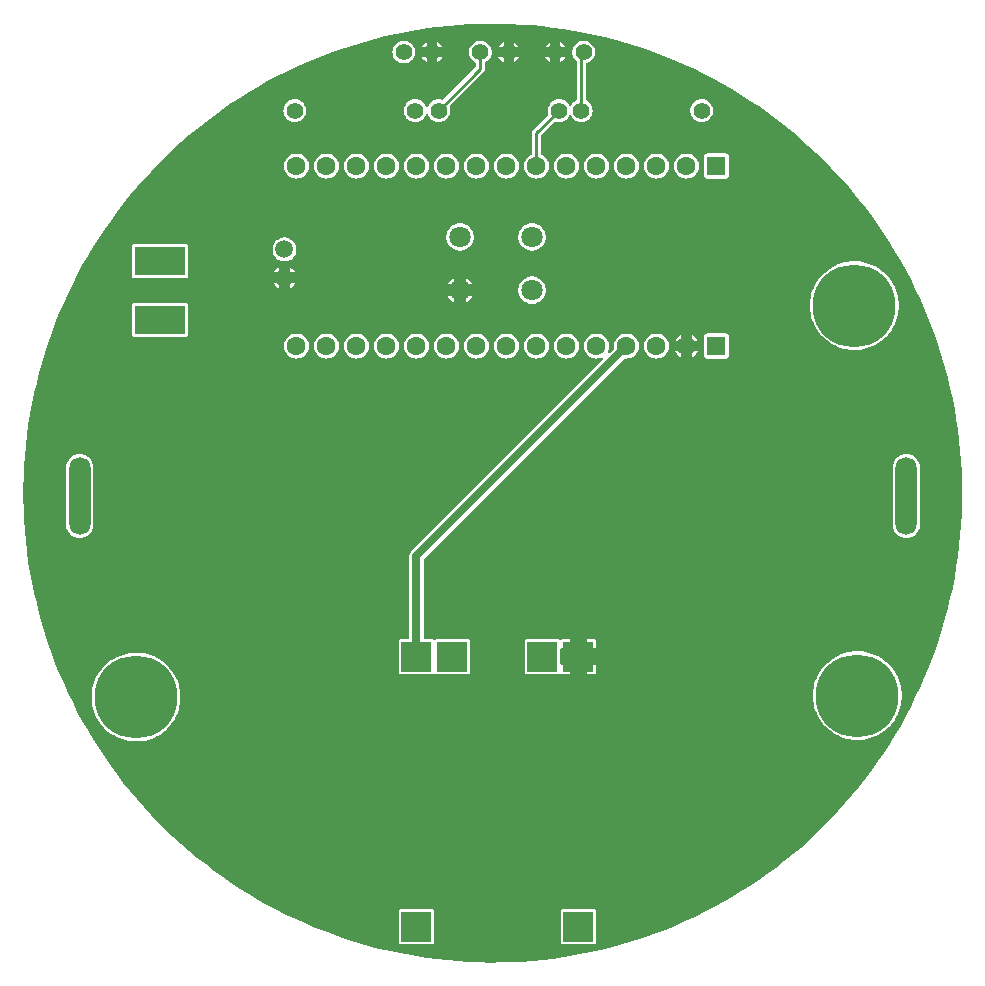
<source format=gbl>
G04 Layer: BottomLayer*
G04 EasyEDA v6.5.42, 2024-06-19 11:27:11*
G04 522c4fd81f94443e96934e03537c14a0,77e46d308c0345a887be20b164797668,10*
G04 Gerber Generator version 0.2*
G04 Scale: 100 percent, Rotated: No, Reflected: No *
G04 Dimensions in millimeters *
G04 leading zeros omitted , absolute positions ,4 integer and 5 decimal *
%FSLAX45Y45*%
%MOMM*%

%AMMACRO1*21,1,$1,$2,0,0,$3*%
%ADD10C,0.2540*%
%ADD11C,0.7000*%
%ADD12C,7.0000*%
%ADD13MACRO1,4.285X2.38X0.0000*%
%ADD14C,1.5000*%
%ADD15C,1.8000*%
%ADD16O,1.7999964X6.599986800000001*%
%ADD17R,1.6000X1.6000*%
%ADD18C,1.6000*%
%ADD19C,1.4000*%
%ADD20C,1.4000*%
%ADD21R,2.5000X2.5000*%
%ADD22R,0.0152X2.5000*%

%LPD*%
G36*
X4027525Y-724052D02*
G01*
X3938015Y-722528D01*
X3848608Y-718972D01*
X3759301Y-713435D01*
X3670096Y-705916D01*
X3581146Y-696366D01*
X3492398Y-684784D01*
X3403904Y-671220D01*
X3315766Y-655675D01*
X3228035Y-638149D01*
X3140659Y-618642D01*
X3053791Y-597204D01*
X2967380Y-573786D01*
X2881579Y-548436D01*
X2796336Y-521157D01*
X2711704Y-491998D01*
X2627782Y-460908D01*
X2544622Y-427939D01*
X2462174Y-393090D01*
X2380538Y-356412D01*
X2299716Y-317906D01*
X2219858Y-277622D01*
X2140864Y-235508D01*
X2062886Y-191617D01*
X1985873Y-145999D01*
X1909927Y-98653D01*
X1835048Y-49631D01*
X1761337Y1117D01*
X1688744Y53441D01*
X1617370Y107442D01*
X1547215Y163017D01*
X1478330Y220167D01*
X1410766Y278841D01*
X1344523Y339039D01*
X1279652Y400710D01*
X1216202Y463804D01*
X1154176Y528320D01*
X1093622Y594207D01*
X1034542Y661466D01*
X977036Y729996D01*
X921054Y799846D01*
X866698Y870915D01*
X813917Y943203D01*
X762812Y1016660D01*
X713333Y1091285D01*
X665581Y1166977D01*
X619556Y1243685D01*
X575208Y1321460D01*
X532688Y1400200D01*
X491896Y1479854D01*
X452932Y1560423D01*
X415848Y1641856D01*
X380542Y1724101D01*
X347116Y1807108D01*
X315569Y1890877D01*
X285902Y1975307D01*
X258165Y2060397D01*
X232308Y2146096D01*
X208432Y2232355D01*
X186486Y2319121D01*
X166522Y2406345D01*
X148488Y2493975D01*
X132435Y2582062D01*
X118414Y2670454D01*
X106375Y2759100D01*
X96316Y2848051D01*
X88239Y2937154D01*
X82194Y3026460D01*
X78181Y3115868D01*
X76149Y3205327D01*
X76200Y3294837D01*
X78181Y3384296D01*
X82245Y3473704D01*
X88290Y3563010D01*
X96316Y3652164D01*
X106375Y3741064D01*
X118465Y3829761D01*
X132486Y3918153D01*
X148539Y4006189D01*
X166573Y4093870D01*
X186537Y4181094D01*
X208483Y4267860D01*
X232359Y4354118D01*
X258216Y4439767D01*
X285953Y4524857D01*
X315620Y4609287D01*
X347167Y4693056D01*
X380644Y4776063D01*
X415899Y4858308D01*
X453034Y4939741D01*
X491998Y5020310D01*
X532790Y5099964D01*
X575360Y5178704D01*
X619658Y5256479D01*
X665683Y5333187D01*
X713486Y5408879D01*
X762914Y5483453D01*
X814069Y5556910D01*
X866851Y5629198D01*
X921207Y5700268D01*
X977188Y5770118D01*
X1034694Y5838698D01*
X1093774Y5905906D01*
X1154328Y5971794D01*
X1216355Y6036310D01*
X1279804Y6099454D01*
X1344676Y6161074D01*
X1410919Y6221272D01*
X1478483Y6279946D01*
X1547368Y6337096D01*
X1617522Y6392672D01*
X1688896Y6446621D01*
X1761489Y6498996D01*
X1835251Y6549694D01*
X1910130Y6598716D01*
X1986076Y6646062D01*
X2063038Y6691680D01*
X2141067Y6735572D01*
X2220061Y6777685D01*
X2299970Y6817969D01*
X2380742Y6856475D01*
X2462377Y6893153D01*
X2544826Y6928002D01*
X2628036Y6960971D01*
X2711958Y6992010D01*
X2796540Y7021220D01*
X2881782Y7048500D01*
X2967634Y7073798D01*
X3053994Y7097217D01*
X3140913Y7118654D01*
X3228238Y7138162D01*
X3316020Y7155688D01*
X3404158Y7171232D01*
X3492601Y7184796D01*
X3581349Y7196328D01*
X3670350Y7205878D01*
X3759504Y7213447D01*
X3848811Y7218984D01*
X3938270Y7222490D01*
X4027728Y7224014D01*
X4117238Y7223506D01*
X4206697Y7220966D01*
X4296105Y7216444D01*
X4385360Y7209891D01*
X4474413Y7201357D01*
X4563313Y7190790D01*
X4651908Y7178192D01*
X4740198Y7163663D01*
X4828184Y7147153D01*
X4915712Y7128611D01*
X5002834Y7108139D01*
X5089499Y7085685D01*
X5175605Y7061352D01*
X5261152Y7035038D01*
X5346039Y7006793D01*
X5430316Y6976668D01*
X5513882Y6944614D01*
X5596737Y6910730D01*
X5678779Y6874967D01*
X5760008Y6837375D01*
X5840323Y6797954D01*
X5919774Y6756704D01*
X5998260Y6713728D01*
X6075781Y6668973D01*
X6152235Y6622491D01*
X6227673Y6574281D01*
X6301943Y6524447D01*
X6375146Y6472885D01*
X6447129Y6419697D01*
X6517894Y6364935D01*
X6587388Y6308547D01*
X6655612Y6250635D01*
X6722567Y6191199D01*
X6788099Y6130290D01*
X6852259Y6067907D01*
X6914997Y6004102D01*
X6976313Y5938875D01*
X7036104Y5872276D01*
X7094423Y5804408D01*
X7151166Y5735167D01*
X7206335Y5664708D01*
X7259878Y5593029D01*
X7311847Y5520131D01*
X7362139Y5446115D01*
X7410754Y5370982D01*
X7457643Y5294782D01*
X7502855Y5217515D01*
X7546289Y5139283D01*
X7587945Y5060035D01*
X7627823Y4979924D01*
X7665872Y4898898D01*
X7702042Y4817059D01*
X7736433Y4734458D01*
X7768894Y4651044D01*
X7799527Y4566970D01*
X7828229Y4482185D01*
X7855000Y4396790D01*
X7879892Y4310837D01*
X7902803Y4224324D01*
X7923784Y4137304D01*
X7942783Y4049826D01*
X7959801Y3961993D01*
X7974838Y3873754D01*
X7987893Y3785209D01*
X7998917Y3696411D01*
X8007959Y3607358D01*
X8015020Y3518154D01*
X8020050Y3428796D01*
X8023098Y3339337D01*
X8024063Y3249879D01*
X8023098Y3160369D01*
X8020050Y3070910D01*
X8015020Y2981553D01*
X8007959Y2892348D01*
X7998917Y2803347D01*
X7987842Y2714498D01*
X7974787Y2625953D01*
X7959750Y2537764D01*
X7942732Y2449880D01*
X7923733Y2362454D01*
X7902752Y2275433D01*
X7879842Y2188921D01*
X7854950Y2102967D01*
X7828178Y2017572D01*
X7799425Y1932787D01*
X7768844Y1848713D01*
X7736331Y1765300D01*
X7701991Y1682648D01*
X7665770Y1600809D01*
X7627721Y1519834D01*
X7587843Y1439722D01*
X7546187Y1360474D01*
X7502753Y1282242D01*
X7457541Y1204976D01*
X7410653Y1128776D01*
X7362037Y1053642D01*
X7311694Y979627D01*
X7259777Y906729D01*
X7206183Y835050D01*
X7151014Y764590D01*
X7094270Y695401D01*
X7035952Y627481D01*
X6976160Y560933D01*
X6914845Y495706D01*
X6852107Y431901D01*
X6787946Y369519D01*
X6722364Y308610D01*
X6655460Y249174D01*
X6587236Y191262D01*
X6517690Y134874D01*
X6446926Y80111D01*
X6374942Y26924D01*
X6301790Y-24587D01*
X6227470Y-74472D01*
X6152032Y-122682D01*
X6075578Y-169164D01*
X5998057Y-213867D01*
X5919571Y-256895D01*
X5840120Y-298094D01*
X5759754Y-337515D01*
X5678576Y-375107D01*
X5596534Y-410819D01*
X5513679Y-444754D01*
X5430113Y-476758D01*
X5345836Y-506882D01*
X5260898Y-535127D01*
X5175351Y-561441D01*
X5089245Y-585825D01*
X5002631Y-608228D01*
X4915509Y-628700D01*
X4827930Y-647192D01*
X4739995Y-663752D01*
X4651654Y-678281D01*
X4563059Y-690829D01*
X4474210Y-701395D01*
X4385106Y-709930D01*
X4295851Y-716483D01*
X4206494Y-721004D01*
X4117035Y-723544D01*
G37*

%LPC*%
G36*
X4650790Y-570026D02*
G01*
X4899609Y-570026D01*
X4905959Y-569315D01*
X4911394Y-567385D01*
X4916322Y-564286D01*
X4920386Y-560222D01*
X4923485Y-555294D01*
X4925415Y-549859D01*
X4926126Y-543509D01*
X4926126Y-294690D01*
X4925415Y-288340D01*
X4923485Y-282905D01*
X4920386Y-277977D01*
X4916322Y-273913D01*
X4911394Y-270814D01*
X4905959Y-268884D01*
X4899609Y-268173D01*
X4650790Y-268173D01*
X4644440Y-268884D01*
X4639005Y-270814D01*
X4634077Y-273913D01*
X4630013Y-277977D01*
X4626914Y-282905D01*
X4624984Y-288340D01*
X4624273Y-294690D01*
X4624273Y-543509D01*
X4624984Y-549859D01*
X4626914Y-555294D01*
X4630013Y-560222D01*
X4634077Y-564286D01*
X4639005Y-567385D01*
X4644440Y-569315D01*
G37*
G36*
X3279190Y-570026D02*
G01*
X3528009Y-570026D01*
X3534359Y-569315D01*
X3539794Y-567385D01*
X3544722Y-564286D01*
X3548786Y-560222D01*
X3551885Y-555294D01*
X3553815Y-549859D01*
X3554526Y-543509D01*
X3554526Y-294690D01*
X3553815Y-288340D01*
X3551885Y-282905D01*
X3548786Y-277977D01*
X3544722Y-273913D01*
X3539794Y-270814D01*
X3534359Y-268884D01*
X3528009Y-268173D01*
X3279190Y-268173D01*
X3272840Y-268884D01*
X3267405Y-270814D01*
X3262477Y-273913D01*
X3258413Y-277977D01*
X3255314Y-282905D01*
X3253384Y-288340D01*
X3252673Y-294690D01*
X3252673Y-543509D01*
X3253384Y-549859D01*
X3255314Y-555294D01*
X3258413Y-560222D01*
X3262477Y-564286D01*
X3267405Y-567385D01*
X3272840Y-569315D01*
G37*
G36*
X1021892Y1148181D02*
G01*
X1049070Y1148638D01*
X1076096Y1151077D01*
X1102868Y1155496D01*
X1129284Y1161796D01*
X1155141Y1170025D01*
X1180338Y1180033D01*
X1204772Y1191869D01*
X1228293Y1205433D01*
X1250746Y1220673D01*
X1272032Y1237488D01*
X1292098Y1255826D01*
X1310741Y1275537D01*
X1327962Y1296517D01*
X1343609Y1318717D01*
X1357579Y1341932D01*
X1369872Y1366164D01*
X1380337Y1391208D01*
X1389024Y1416913D01*
X1395831Y1443177D01*
X1400708Y1469898D01*
X1403604Y1496872D01*
X1404620Y1524000D01*
X1403604Y1551127D01*
X1400708Y1578102D01*
X1395831Y1604822D01*
X1389024Y1631086D01*
X1380337Y1656791D01*
X1369872Y1681835D01*
X1357579Y1706067D01*
X1343609Y1729282D01*
X1327962Y1751482D01*
X1310741Y1772462D01*
X1292098Y1792173D01*
X1272032Y1810512D01*
X1250746Y1827326D01*
X1228293Y1842566D01*
X1204772Y1856130D01*
X1180338Y1867966D01*
X1155141Y1877974D01*
X1129284Y1886204D01*
X1102868Y1892503D01*
X1076096Y1896922D01*
X1049070Y1899361D01*
X1021892Y1899818D01*
X994816Y1898396D01*
X967892Y1894941D01*
X941273Y1889607D01*
X915111Y1882343D01*
X889558Y1873199D01*
X864717Y1862277D01*
X840740Y1849526D01*
X817727Y1835150D01*
X795832Y1819097D01*
X775157Y1801520D01*
X755802Y1782521D01*
X737870Y1762150D01*
X721410Y1740509D01*
X706628Y1717802D01*
X693470Y1694027D01*
X682040Y1669440D01*
X672490Y1644040D01*
X664718Y1618030D01*
X658926Y1591513D01*
X655015Y1564640D01*
X653034Y1537563D01*
X653034Y1510436D01*
X655015Y1483360D01*
X658926Y1456486D01*
X664718Y1429969D01*
X672490Y1403959D01*
X682040Y1378559D01*
X693470Y1353972D01*
X706628Y1330198D01*
X721410Y1307490D01*
X737870Y1285849D01*
X755802Y1265478D01*
X775157Y1246479D01*
X795832Y1228902D01*
X817727Y1212850D01*
X840740Y1198473D01*
X864717Y1185722D01*
X889558Y1174800D01*
X915111Y1165656D01*
X941273Y1158392D01*
X967892Y1153058D01*
X994816Y1149604D01*
G37*
G36*
X7130592Y1160881D02*
G01*
X7157770Y1161338D01*
X7184796Y1163777D01*
X7211568Y1168196D01*
X7237984Y1174496D01*
X7263841Y1182725D01*
X7289038Y1192733D01*
X7313472Y1204569D01*
X7336993Y1218133D01*
X7359446Y1233373D01*
X7380731Y1250188D01*
X7400798Y1268526D01*
X7419441Y1288237D01*
X7436662Y1309217D01*
X7452309Y1331417D01*
X7466279Y1354632D01*
X7478572Y1378864D01*
X7489037Y1403908D01*
X7497724Y1429613D01*
X7504531Y1455877D01*
X7509408Y1482598D01*
X7512303Y1509572D01*
X7513320Y1536700D01*
X7512303Y1563827D01*
X7509408Y1590802D01*
X7504531Y1617522D01*
X7497724Y1643786D01*
X7489037Y1669491D01*
X7478572Y1694535D01*
X7466279Y1718767D01*
X7452309Y1741982D01*
X7436662Y1764182D01*
X7419441Y1785162D01*
X7400798Y1804873D01*
X7380731Y1823212D01*
X7359446Y1840026D01*
X7336993Y1855266D01*
X7313472Y1868830D01*
X7289038Y1880666D01*
X7263841Y1890674D01*
X7237984Y1898904D01*
X7211568Y1905203D01*
X7184796Y1909622D01*
X7157770Y1912061D01*
X7130592Y1912518D01*
X7103516Y1911096D01*
X7076592Y1907641D01*
X7049973Y1902307D01*
X7023811Y1895043D01*
X6998258Y1885899D01*
X6973417Y1874977D01*
X6949440Y1862226D01*
X6926427Y1847850D01*
X6904532Y1831797D01*
X6883857Y1814220D01*
X6864502Y1795221D01*
X6846570Y1774850D01*
X6830110Y1753209D01*
X6815328Y1730502D01*
X6802170Y1706727D01*
X6790740Y1682140D01*
X6781190Y1656740D01*
X6773418Y1630730D01*
X6767626Y1604213D01*
X6763715Y1577340D01*
X6761734Y1550263D01*
X6761734Y1523136D01*
X6763715Y1496060D01*
X6767626Y1469186D01*
X6773418Y1442669D01*
X6781190Y1416659D01*
X6790740Y1391259D01*
X6802170Y1366672D01*
X6815328Y1342898D01*
X6830110Y1320190D01*
X6846570Y1298549D01*
X6864502Y1278178D01*
X6883857Y1259179D01*
X6904532Y1241602D01*
X6926427Y1225550D01*
X6949440Y1211173D01*
X6973417Y1198422D01*
X6998258Y1187500D01*
X7023811Y1178356D01*
X7049973Y1171092D01*
X7076592Y1165758D01*
X7103516Y1162304D01*
G37*
G36*
X4844034Y1715973D02*
G01*
X4899609Y1715973D01*
X4905959Y1716684D01*
X4911394Y1718614D01*
X4916322Y1721713D01*
X4920386Y1725777D01*
X4923485Y1730705D01*
X4925415Y1736140D01*
X4926126Y1742490D01*
X4926126Y1798066D01*
X4844034Y1798066D01*
G37*
G36*
X4345990Y1715973D02*
G01*
X4594809Y1715973D01*
X4601159Y1716684D01*
X4606594Y1718614D01*
X4611522Y1721713D01*
X4615637Y1725777D01*
X4618888Y1728012D01*
X4622800Y1728774D01*
X4626711Y1728012D01*
X4629962Y1725777D01*
X4634077Y1721713D01*
X4639005Y1718614D01*
X4644440Y1716684D01*
X4650790Y1715973D01*
X4706366Y1715973D01*
X4706366Y1798066D01*
X4631486Y1798066D01*
X4627575Y1798828D01*
X4624273Y1801012D01*
X4622088Y1804314D01*
X4621326Y1808225D01*
X4621326Y1925574D01*
X4622088Y1929485D01*
X4624273Y1932787D01*
X4627575Y1934972D01*
X4631486Y1935734D01*
X4706366Y1935734D01*
X4706366Y2017826D01*
X4650790Y2017826D01*
X4644440Y2017115D01*
X4639005Y2015185D01*
X4634077Y2012086D01*
X4629962Y2008022D01*
X4626711Y2005787D01*
X4622800Y2005025D01*
X4618888Y2005787D01*
X4615637Y2008022D01*
X4611522Y2012086D01*
X4606594Y2015185D01*
X4601159Y2017115D01*
X4594809Y2017826D01*
X4345990Y2017826D01*
X4339640Y2017115D01*
X4334205Y2015185D01*
X4329277Y2012086D01*
X4325213Y2008022D01*
X4322114Y2003094D01*
X4320184Y1997659D01*
X4319473Y1991309D01*
X4319473Y1742490D01*
X4320184Y1736140D01*
X4322114Y1730705D01*
X4325213Y1725777D01*
X4329277Y1721713D01*
X4334205Y1718614D01*
X4339640Y1716684D01*
G37*
G36*
X3279190Y1715973D02*
G01*
X3528009Y1715973D01*
X3534359Y1716684D01*
X3539794Y1718614D01*
X3544722Y1721713D01*
X3548837Y1725777D01*
X3552088Y1728012D01*
X3556000Y1728774D01*
X3559911Y1728012D01*
X3563162Y1725777D01*
X3567277Y1721713D01*
X3572205Y1718614D01*
X3577640Y1716684D01*
X3583990Y1715973D01*
X3832809Y1715973D01*
X3839159Y1716684D01*
X3844594Y1718614D01*
X3849522Y1721713D01*
X3853586Y1725777D01*
X3856685Y1730705D01*
X3858615Y1736140D01*
X3859326Y1742490D01*
X3859326Y1991309D01*
X3858615Y1997659D01*
X3856685Y2003094D01*
X3853586Y2008022D01*
X3849522Y2012086D01*
X3844594Y2015185D01*
X3839159Y2017115D01*
X3832809Y2017826D01*
X3583990Y2017826D01*
X3577640Y2017115D01*
X3572205Y2015185D01*
X3567277Y2012086D01*
X3563162Y2008022D01*
X3559911Y2005787D01*
X3556000Y2005025D01*
X3552088Y2005787D01*
X3548837Y2008022D01*
X3544722Y2012086D01*
X3539794Y2015185D01*
X3534359Y2017115D01*
X3528009Y2017826D01*
X3474669Y2017826D01*
X3470808Y2018588D01*
X3467506Y2020773D01*
X3465271Y2024075D01*
X3464509Y2027986D01*
X3464509Y2688336D01*
X3465271Y2692247D01*
X3467506Y2695549D01*
X5159756Y4387850D01*
X5163362Y4390136D01*
X5167630Y4390796D01*
X5181549Y4389882D01*
X5195366Y4390796D01*
X5208930Y4393488D01*
X5222087Y4397908D01*
X5234482Y4404055D01*
X5246014Y4411726D01*
X5256428Y4420870D01*
X5265572Y4431284D01*
X5273243Y4442815D01*
X5279390Y4455210D01*
X5283809Y4468368D01*
X5286502Y4481931D01*
X5287416Y4495749D01*
X5286502Y4509566D01*
X5283809Y4523181D01*
X5279390Y4536287D01*
X5273243Y4548682D01*
X5265572Y4560214D01*
X5256428Y4570628D01*
X5246014Y4579772D01*
X5234482Y4587443D01*
X5222087Y4593590D01*
X5208930Y4598009D01*
X5195366Y4600752D01*
X5181549Y4601616D01*
X5167731Y4600752D01*
X5154117Y4598009D01*
X5141010Y4593590D01*
X5128615Y4587443D01*
X5117084Y4579772D01*
X5106670Y4570628D01*
X5097526Y4560214D01*
X5089855Y4548682D01*
X5083708Y4536287D01*
X5079288Y4523181D01*
X5076545Y4509566D01*
X5075682Y4495749D01*
X5076596Y4481779D01*
X5075936Y4477562D01*
X5073599Y4473956D01*
X5040223Y4440529D01*
X5036820Y4438294D01*
X5032806Y4437532D01*
X5028844Y4438446D01*
X5025593Y4440783D01*
X5023459Y4444288D01*
X5022850Y4448302D01*
X5023916Y4452213D01*
X5025440Y4455261D01*
X5029860Y4468418D01*
X5032552Y4481982D01*
X5033467Y4495800D01*
X5032552Y4509617D01*
X5029860Y4523232D01*
X5025440Y4536338D01*
X5019294Y4548733D01*
X5011623Y4560265D01*
X5002479Y4570679D01*
X4992065Y4579823D01*
X4980533Y4587494D01*
X4968138Y4593640D01*
X4954981Y4598060D01*
X4941417Y4600803D01*
X4927600Y4601667D01*
X4913782Y4600803D01*
X4900168Y4598060D01*
X4887061Y4593640D01*
X4874666Y4587494D01*
X4863134Y4579823D01*
X4852720Y4570679D01*
X4843576Y4560265D01*
X4835906Y4548733D01*
X4829759Y4536338D01*
X4825339Y4523232D01*
X4822596Y4509617D01*
X4821732Y4495800D01*
X4822596Y4481982D01*
X4825339Y4468418D01*
X4829759Y4455261D01*
X4835906Y4442866D01*
X4843576Y4431334D01*
X4852720Y4420920D01*
X4863134Y4411776D01*
X4874666Y4404106D01*
X4887061Y4397959D01*
X4900168Y4393539D01*
X4913782Y4390847D01*
X4927600Y4389932D01*
X4941417Y4390847D01*
X4954981Y4393539D01*
X4968138Y4397959D01*
X4971186Y4399483D01*
X4975098Y4400499D01*
X4979111Y4399940D01*
X4982616Y4397806D01*
X4984953Y4394504D01*
X4985816Y4390593D01*
X4985105Y4386580D01*
X4982870Y4383176D01*
X3360775Y2761081D01*
X3354171Y2753360D01*
X3349955Y2746603D01*
X3348990Y2744724D01*
X3345281Y2735376D01*
X3343503Y2727604D01*
X3343198Y2725521D01*
X3342690Y2717495D01*
X3342690Y2027986D01*
X3341928Y2024075D01*
X3339744Y2020773D01*
X3336442Y2018588D01*
X3332530Y2017826D01*
X3279190Y2017826D01*
X3272840Y2017115D01*
X3267405Y2015185D01*
X3262477Y2012086D01*
X3258413Y2008022D01*
X3255314Y2003094D01*
X3253384Y1997659D01*
X3252673Y1991309D01*
X3252673Y1742490D01*
X3253384Y1736140D01*
X3255314Y1730705D01*
X3258413Y1725777D01*
X3262477Y1721713D01*
X3267405Y1718614D01*
X3272840Y1716684D01*
G37*
G36*
X4844034Y1935734D02*
G01*
X4926126Y1935734D01*
X4926126Y1991309D01*
X4925415Y1997659D01*
X4923485Y2003094D01*
X4920386Y2008022D01*
X4916322Y2012086D01*
X4911394Y2015185D01*
X4905959Y2017115D01*
X4899609Y2017826D01*
X4844034Y2017826D01*
G37*
G36*
X544017Y2870149D02*
G01*
X558596Y2870149D01*
X573024Y2871978D01*
X587095Y2875584D01*
X600659Y2880918D01*
X613410Y2887929D01*
X625144Y2896514D01*
X635762Y2906471D01*
X645058Y2917698D01*
X652830Y2929940D01*
X659028Y2943148D01*
X663549Y2956966D01*
X666292Y2971292D01*
X667207Y2986125D01*
X667207Y3465474D01*
X666292Y3480308D01*
X663549Y3494633D01*
X659028Y3508451D01*
X652830Y3521608D01*
X645058Y3533901D01*
X635762Y3545128D01*
X625144Y3555085D01*
X613410Y3563620D01*
X600659Y3570630D01*
X587095Y3576015D01*
X573024Y3579622D01*
X558596Y3581450D01*
X544017Y3581450D01*
X529590Y3579622D01*
X515467Y3576015D01*
X501954Y3570630D01*
X489204Y3563620D01*
X477418Y3555085D01*
X466801Y3545128D01*
X457555Y3533901D01*
X449732Y3521608D01*
X443534Y3508451D01*
X439064Y3494633D01*
X436321Y3480308D01*
X435406Y3465474D01*
X435406Y2986125D01*
X436321Y2971292D01*
X439064Y2956966D01*
X443534Y2943148D01*
X449732Y2929940D01*
X457555Y2917698D01*
X466801Y2906471D01*
X477418Y2896514D01*
X489204Y2887929D01*
X501954Y2880918D01*
X515467Y2875584D01*
X529590Y2871978D01*
G37*
G36*
X7544003Y2870149D02*
G01*
X7558582Y2870149D01*
X7573009Y2871978D01*
X7587081Y2875584D01*
X7600645Y2880918D01*
X7613396Y2887929D01*
X7625130Y2896514D01*
X7635748Y2906471D01*
X7645044Y2917698D01*
X7652816Y2929940D01*
X7659014Y2943148D01*
X7663535Y2956966D01*
X7666278Y2971292D01*
X7667193Y2986125D01*
X7667193Y3465474D01*
X7666278Y3480308D01*
X7663535Y3494633D01*
X7659014Y3508451D01*
X7652816Y3521608D01*
X7645044Y3533901D01*
X7635748Y3545128D01*
X7625130Y3555085D01*
X7613396Y3563620D01*
X7600645Y3570630D01*
X7587081Y3576015D01*
X7573009Y3579622D01*
X7558582Y3581450D01*
X7544003Y3581450D01*
X7529575Y3579622D01*
X7515453Y3576015D01*
X7501940Y3570630D01*
X7489190Y3563620D01*
X7477404Y3555085D01*
X7466787Y3545128D01*
X7457541Y3533901D01*
X7449718Y3521608D01*
X7443520Y3508451D01*
X7439050Y3494633D01*
X7436307Y3480308D01*
X7435392Y3465474D01*
X7435392Y2986125D01*
X7436307Y2971292D01*
X7439050Y2956966D01*
X7443520Y2943148D01*
X7449718Y2929940D01*
X7457541Y2917698D01*
X7466787Y2906471D01*
X7477404Y2896514D01*
X7489190Y2887929D01*
X7501940Y2880918D01*
X7515453Y2875584D01*
X7529575Y2871978D01*
G37*
G36*
X4165549Y4389882D02*
G01*
X4179366Y4390796D01*
X4192930Y4393488D01*
X4206087Y4397908D01*
X4218482Y4404055D01*
X4230014Y4411726D01*
X4240428Y4420870D01*
X4249572Y4431284D01*
X4257243Y4442815D01*
X4263390Y4455210D01*
X4267809Y4468368D01*
X4270502Y4481931D01*
X4271416Y4495749D01*
X4270502Y4509566D01*
X4267809Y4523181D01*
X4263390Y4536287D01*
X4257243Y4548682D01*
X4249572Y4560214D01*
X4240428Y4570628D01*
X4230014Y4579772D01*
X4218482Y4587443D01*
X4206087Y4593590D01*
X4192930Y4598009D01*
X4179366Y4600752D01*
X4165549Y4601616D01*
X4151731Y4600752D01*
X4138117Y4598009D01*
X4125010Y4593590D01*
X4112615Y4587443D01*
X4101084Y4579772D01*
X4090670Y4570628D01*
X4081526Y4560214D01*
X4073855Y4548682D01*
X4067708Y4536287D01*
X4063288Y4523181D01*
X4060545Y4509566D01*
X4059682Y4495749D01*
X4060545Y4481931D01*
X4063288Y4468368D01*
X4067708Y4455210D01*
X4073855Y4442815D01*
X4081526Y4431284D01*
X4090670Y4420870D01*
X4101084Y4411726D01*
X4112615Y4404055D01*
X4125010Y4397908D01*
X4138117Y4393488D01*
X4151731Y4390796D01*
G37*
G36*
X3657549Y4389882D02*
G01*
X3671366Y4390796D01*
X3684930Y4393488D01*
X3698087Y4397908D01*
X3710482Y4404055D01*
X3722014Y4411726D01*
X3732428Y4420870D01*
X3741572Y4431284D01*
X3749243Y4442815D01*
X3755390Y4455210D01*
X3759809Y4468368D01*
X3762501Y4481931D01*
X3763416Y4495749D01*
X3762501Y4509566D01*
X3759809Y4523181D01*
X3755390Y4536287D01*
X3749243Y4548682D01*
X3741572Y4560214D01*
X3732428Y4570628D01*
X3722014Y4579772D01*
X3710482Y4587443D01*
X3698087Y4593590D01*
X3684930Y4598009D01*
X3671366Y4600752D01*
X3657549Y4601616D01*
X3643731Y4600752D01*
X3630117Y4598009D01*
X3617010Y4593590D01*
X3604615Y4587443D01*
X3593084Y4579772D01*
X3582670Y4570628D01*
X3573526Y4560214D01*
X3565855Y4548682D01*
X3559708Y4536287D01*
X3555288Y4523181D01*
X3552545Y4509566D01*
X3551682Y4495749D01*
X3552545Y4481931D01*
X3555288Y4468368D01*
X3559708Y4455210D01*
X3565855Y4442815D01*
X3573526Y4431284D01*
X3582670Y4420870D01*
X3593084Y4411726D01*
X3604615Y4404055D01*
X3617010Y4397908D01*
X3630117Y4393488D01*
X3643731Y4390796D01*
G37*
G36*
X2641549Y4389882D02*
G01*
X2655366Y4390796D01*
X2668930Y4393488D01*
X2682087Y4397908D01*
X2694482Y4404055D01*
X2706014Y4411726D01*
X2716428Y4420870D01*
X2725572Y4431284D01*
X2733243Y4442815D01*
X2739390Y4455210D01*
X2743809Y4468368D01*
X2746502Y4481931D01*
X2747416Y4495749D01*
X2746502Y4509566D01*
X2743809Y4523181D01*
X2739390Y4536287D01*
X2733243Y4548682D01*
X2725572Y4560214D01*
X2716428Y4570628D01*
X2706014Y4579772D01*
X2694482Y4587443D01*
X2682087Y4593590D01*
X2668930Y4598009D01*
X2655366Y4600752D01*
X2641549Y4601616D01*
X2627731Y4600752D01*
X2614117Y4598009D01*
X2601010Y4593590D01*
X2588615Y4587443D01*
X2577084Y4579772D01*
X2566670Y4570628D01*
X2557526Y4560214D01*
X2549855Y4548682D01*
X2543708Y4536287D01*
X2539288Y4523181D01*
X2536545Y4509566D01*
X2535682Y4495749D01*
X2536545Y4481931D01*
X2539288Y4468368D01*
X2543708Y4455210D01*
X2549855Y4442815D01*
X2557526Y4431284D01*
X2566670Y4420870D01*
X2577084Y4411726D01*
X2588615Y4404055D01*
X2601010Y4397908D01*
X2614117Y4393488D01*
X2627731Y4390796D01*
G37*
G36*
X4673549Y4389882D02*
G01*
X4687366Y4390796D01*
X4700930Y4393488D01*
X4714087Y4397908D01*
X4726482Y4404055D01*
X4738014Y4411726D01*
X4748428Y4420870D01*
X4757572Y4431284D01*
X4765243Y4442815D01*
X4771390Y4455210D01*
X4775809Y4468368D01*
X4778502Y4481931D01*
X4779416Y4495749D01*
X4778502Y4509566D01*
X4775809Y4523181D01*
X4771390Y4536287D01*
X4765243Y4548682D01*
X4757572Y4560214D01*
X4748428Y4570628D01*
X4738014Y4579772D01*
X4726482Y4587443D01*
X4714087Y4593590D01*
X4700930Y4598009D01*
X4687366Y4600752D01*
X4673549Y4601616D01*
X4659731Y4600752D01*
X4646117Y4598009D01*
X4633010Y4593590D01*
X4620615Y4587443D01*
X4609084Y4579772D01*
X4598670Y4570628D01*
X4589526Y4560214D01*
X4581855Y4548682D01*
X4575708Y4536287D01*
X4571288Y4523181D01*
X4568545Y4509566D01*
X4567682Y4495749D01*
X4568545Y4481931D01*
X4571288Y4468368D01*
X4575708Y4455210D01*
X4581855Y4442815D01*
X4589526Y4431284D01*
X4598670Y4420870D01*
X4609084Y4411726D01*
X4620615Y4404055D01*
X4633010Y4397908D01*
X4646117Y4393488D01*
X4659731Y4390796D01*
G37*
G36*
X3149549Y4389882D02*
G01*
X3163366Y4390796D01*
X3176930Y4393488D01*
X3190087Y4397908D01*
X3202482Y4404055D01*
X3214014Y4411726D01*
X3224428Y4420870D01*
X3233572Y4431284D01*
X3241243Y4442815D01*
X3247390Y4455210D01*
X3251809Y4468368D01*
X3254502Y4481931D01*
X3255416Y4495749D01*
X3254502Y4509566D01*
X3251809Y4523181D01*
X3247390Y4536287D01*
X3241243Y4548682D01*
X3233572Y4560214D01*
X3224428Y4570628D01*
X3214014Y4579772D01*
X3202482Y4587443D01*
X3190087Y4593590D01*
X3176930Y4598009D01*
X3163366Y4600752D01*
X3149549Y4601616D01*
X3135731Y4600752D01*
X3122117Y4598009D01*
X3109010Y4593590D01*
X3096615Y4587443D01*
X3085084Y4579772D01*
X3074670Y4570628D01*
X3065526Y4560214D01*
X3057855Y4548682D01*
X3051708Y4536287D01*
X3047288Y4523181D01*
X3044545Y4509566D01*
X3043682Y4495749D01*
X3044545Y4481931D01*
X3047288Y4468368D01*
X3051708Y4455210D01*
X3057855Y4442815D01*
X3065526Y4431284D01*
X3074670Y4420870D01*
X3085084Y4411726D01*
X3096615Y4404055D01*
X3109010Y4397908D01*
X3122117Y4393488D01*
X3135731Y4390796D01*
G37*
G36*
X5864148Y4389882D02*
G01*
X6023051Y4389882D01*
X6029350Y4390593D01*
X6034836Y4392523D01*
X6039713Y4395571D01*
X6043828Y4399686D01*
X6046876Y4404563D01*
X6048806Y4410049D01*
X6049518Y4416348D01*
X6049518Y4575251D01*
X6048806Y4581550D01*
X6046876Y4587036D01*
X6043828Y4591913D01*
X6039713Y4596028D01*
X6034836Y4599076D01*
X6029350Y4601006D01*
X6023051Y4601718D01*
X5864148Y4601718D01*
X5857849Y4601006D01*
X5852363Y4599076D01*
X5847486Y4596028D01*
X5843371Y4591913D01*
X5840323Y4587036D01*
X5838393Y4581550D01*
X5837682Y4575251D01*
X5837682Y4416348D01*
X5838393Y4410049D01*
X5840323Y4404563D01*
X5843371Y4399686D01*
X5847486Y4395571D01*
X5852363Y4392523D01*
X5857849Y4390593D01*
G37*
G36*
X3911600Y4389932D02*
G01*
X3925417Y4390847D01*
X3938981Y4393539D01*
X3952138Y4397959D01*
X3964533Y4404106D01*
X3976065Y4411776D01*
X3986479Y4420920D01*
X3995623Y4431334D01*
X4003294Y4442866D01*
X4009440Y4455261D01*
X4013860Y4468418D01*
X4016552Y4481982D01*
X4017467Y4495800D01*
X4016552Y4509617D01*
X4013860Y4523232D01*
X4009440Y4536338D01*
X4003294Y4548733D01*
X3995623Y4560265D01*
X3986479Y4570679D01*
X3976065Y4579823D01*
X3964533Y4587494D01*
X3952138Y4593640D01*
X3938981Y4598060D01*
X3925417Y4600803D01*
X3911600Y4601667D01*
X3897782Y4600803D01*
X3884168Y4598060D01*
X3871061Y4593640D01*
X3858666Y4587494D01*
X3847134Y4579823D01*
X3836720Y4570679D01*
X3827576Y4560265D01*
X3819906Y4548733D01*
X3813759Y4536338D01*
X3809339Y4523232D01*
X3806596Y4509617D01*
X3805732Y4495800D01*
X3806596Y4481982D01*
X3809339Y4468418D01*
X3813759Y4455261D01*
X3819906Y4442866D01*
X3827576Y4431334D01*
X3836720Y4420920D01*
X3847134Y4411776D01*
X3858666Y4404106D01*
X3871061Y4397959D01*
X3884168Y4393539D01*
X3897782Y4390847D01*
G37*
G36*
X3403600Y4389932D02*
G01*
X3417417Y4390847D01*
X3430981Y4393539D01*
X3444138Y4397959D01*
X3456533Y4404106D01*
X3468065Y4411776D01*
X3478479Y4420920D01*
X3487623Y4431334D01*
X3495294Y4442866D01*
X3501440Y4455261D01*
X3505860Y4468418D01*
X3508552Y4481982D01*
X3509467Y4495800D01*
X3508552Y4509617D01*
X3505860Y4523232D01*
X3501440Y4536338D01*
X3495294Y4548733D01*
X3487623Y4560265D01*
X3478479Y4570679D01*
X3468065Y4579823D01*
X3456533Y4587494D01*
X3444138Y4593640D01*
X3430981Y4598060D01*
X3417417Y4600803D01*
X3403600Y4601667D01*
X3389782Y4600803D01*
X3376168Y4598060D01*
X3363061Y4593640D01*
X3350666Y4587494D01*
X3339134Y4579823D01*
X3328720Y4570679D01*
X3319576Y4560265D01*
X3311906Y4548733D01*
X3305759Y4536338D01*
X3301339Y4523232D01*
X3298596Y4509617D01*
X3297732Y4495800D01*
X3298596Y4481982D01*
X3301339Y4468418D01*
X3305759Y4455261D01*
X3311906Y4442866D01*
X3319576Y4431334D01*
X3328720Y4420920D01*
X3339134Y4411776D01*
X3350666Y4404106D01*
X3363061Y4397959D01*
X3376168Y4393539D01*
X3389782Y4390847D01*
G37*
G36*
X5435600Y4389932D02*
G01*
X5449417Y4390847D01*
X5462981Y4393539D01*
X5476138Y4397959D01*
X5488533Y4404106D01*
X5500065Y4411776D01*
X5510479Y4420920D01*
X5519572Y4431334D01*
X5527294Y4442866D01*
X5533440Y4455261D01*
X5537860Y4468418D01*
X5540552Y4481982D01*
X5541467Y4495800D01*
X5540552Y4509617D01*
X5537860Y4523232D01*
X5533440Y4536338D01*
X5527294Y4548733D01*
X5519572Y4560265D01*
X5510479Y4570679D01*
X5500065Y4579823D01*
X5488533Y4587494D01*
X5476138Y4593640D01*
X5462981Y4598060D01*
X5449417Y4600803D01*
X5435600Y4601667D01*
X5421782Y4600803D01*
X5408168Y4598060D01*
X5395061Y4593640D01*
X5382666Y4587494D01*
X5371134Y4579823D01*
X5360720Y4570679D01*
X5351576Y4560265D01*
X5343906Y4548733D01*
X5337759Y4536338D01*
X5333339Y4523232D01*
X5330596Y4509617D01*
X5329682Y4495800D01*
X5330596Y4481982D01*
X5333339Y4468418D01*
X5337759Y4455261D01*
X5343906Y4442866D01*
X5351576Y4431334D01*
X5360720Y4420920D01*
X5371134Y4411776D01*
X5382666Y4404106D01*
X5395061Y4397959D01*
X5408168Y4393539D01*
X5421782Y4390847D01*
G37*
G36*
X2895600Y4389932D02*
G01*
X2909417Y4390847D01*
X2922981Y4393539D01*
X2936138Y4397959D01*
X2948533Y4404106D01*
X2960065Y4411776D01*
X2970479Y4420920D01*
X2979623Y4431334D01*
X2987294Y4442866D01*
X2993440Y4455261D01*
X2997860Y4468418D01*
X3000552Y4481982D01*
X3001467Y4495800D01*
X3000552Y4509617D01*
X2997860Y4523232D01*
X2993440Y4536338D01*
X2987294Y4548733D01*
X2979623Y4560265D01*
X2970479Y4570679D01*
X2960065Y4579823D01*
X2948533Y4587494D01*
X2936138Y4593640D01*
X2922981Y4598060D01*
X2909417Y4600803D01*
X2895600Y4601667D01*
X2881782Y4600803D01*
X2868168Y4598060D01*
X2855061Y4593640D01*
X2842666Y4587494D01*
X2831134Y4579823D01*
X2820720Y4570679D01*
X2811576Y4560265D01*
X2803906Y4548733D01*
X2797759Y4536338D01*
X2793339Y4523232D01*
X2790596Y4509617D01*
X2789732Y4495800D01*
X2790596Y4481982D01*
X2793339Y4468418D01*
X2797759Y4455261D01*
X2803906Y4442866D01*
X2811576Y4431334D01*
X2820720Y4420920D01*
X2831134Y4411776D01*
X2842666Y4404106D01*
X2855061Y4397959D01*
X2868168Y4393539D01*
X2881782Y4390847D01*
G37*
G36*
X4419600Y4389932D02*
G01*
X4433417Y4390847D01*
X4446981Y4393539D01*
X4460138Y4397959D01*
X4472533Y4404106D01*
X4484065Y4411776D01*
X4494479Y4420920D01*
X4503623Y4431334D01*
X4511294Y4442866D01*
X4517440Y4455261D01*
X4521860Y4468418D01*
X4524552Y4481982D01*
X4525467Y4495800D01*
X4524552Y4509617D01*
X4521860Y4523232D01*
X4517440Y4536338D01*
X4511294Y4548733D01*
X4503623Y4560265D01*
X4494479Y4570679D01*
X4484065Y4579823D01*
X4472533Y4587494D01*
X4460138Y4593640D01*
X4446981Y4598060D01*
X4433417Y4600803D01*
X4419600Y4601667D01*
X4405782Y4600803D01*
X4392168Y4598060D01*
X4379061Y4593640D01*
X4366666Y4587494D01*
X4355134Y4579823D01*
X4344720Y4570679D01*
X4335576Y4560265D01*
X4327906Y4548733D01*
X4321759Y4536338D01*
X4317339Y4523232D01*
X4314596Y4509617D01*
X4313732Y4495800D01*
X4314596Y4481982D01*
X4317339Y4468418D01*
X4321759Y4455261D01*
X4327906Y4442866D01*
X4335576Y4431334D01*
X4344720Y4420920D01*
X4355134Y4411776D01*
X4366666Y4404106D01*
X4379061Y4397959D01*
X4392168Y4393539D01*
X4405782Y4390847D01*
G37*
G36*
X2387600Y4389932D02*
G01*
X2401417Y4390847D01*
X2414981Y4393539D01*
X2428138Y4397959D01*
X2440533Y4404106D01*
X2452065Y4411776D01*
X2462479Y4420920D01*
X2471623Y4431334D01*
X2479294Y4442866D01*
X2485440Y4455261D01*
X2489860Y4468418D01*
X2492552Y4481982D01*
X2493467Y4495800D01*
X2492552Y4509617D01*
X2489860Y4523232D01*
X2485440Y4536338D01*
X2479294Y4548733D01*
X2471623Y4560265D01*
X2462479Y4570679D01*
X2452065Y4579823D01*
X2440533Y4587494D01*
X2428138Y4593640D01*
X2414981Y4598060D01*
X2401417Y4600803D01*
X2387600Y4601667D01*
X2373782Y4600803D01*
X2360168Y4598060D01*
X2347061Y4593640D01*
X2334666Y4587494D01*
X2323134Y4579823D01*
X2312720Y4570679D01*
X2303576Y4560265D01*
X2295906Y4548733D01*
X2289759Y4536338D01*
X2285339Y4523232D01*
X2282596Y4509617D01*
X2281732Y4495800D01*
X2282596Y4481982D01*
X2285339Y4468418D01*
X2289759Y4455261D01*
X2295906Y4442866D01*
X2303576Y4431334D01*
X2312720Y4420920D01*
X2323134Y4411776D01*
X2334666Y4404106D01*
X2347061Y4397959D01*
X2360168Y4393539D01*
X2373782Y4390847D01*
G37*
G36*
X5643270Y4400854D02*
G01*
X5643270Y4449470D01*
X5594654Y4449470D01*
X5597906Y4442866D01*
X5605576Y4431334D01*
X5614720Y4420920D01*
X5625134Y4411776D01*
X5636666Y4404106D01*
G37*
G36*
X5735929Y4400854D02*
G01*
X5742533Y4404106D01*
X5754065Y4411776D01*
X5764479Y4420920D01*
X5773623Y4431334D01*
X5781294Y4442866D01*
X5784545Y4449470D01*
X5735929Y4449470D01*
G37*
G36*
X7105192Y4462881D02*
G01*
X7132370Y4463338D01*
X7159396Y4465777D01*
X7186168Y4470196D01*
X7212584Y4476496D01*
X7238441Y4484725D01*
X7263638Y4494733D01*
X7288072Y4506569D01*
X7311593Y4520133D01*
X7334046Y4535373D01*
X7355331Y4552188D01*
X7375398Y4570526D01*
X7394041Y4590237D01*
X7411262Y4611217D01*
X7426909Y4633417D01*
X7440879Y4656632D01*
X7453172Y4680864D01*
X7463637Y4705908D01*
X7472324Y4731613D01*
X7479131Y4757877D01*
X7484008Y4784598D01*
X7486903Y4811572D01*
X7487920Y4838700D01*
X7486903Y4865827D01*
X7484008Y4892802D01*
X7479131Y4919522D01*
X7472324Y4945786D01*
X7463637Y4971491D01*
X7453172Y4996535D01*
X7440879Y5020767D01*
X7426909Y5043982D01*
X7411262Y5066182D01*
X7394041Y5087162D01*
X7375398Y5106873D01*
X7355331Y5125212D01*
X7334046Y5142026D01*
X7311593Y5157266D01*
X7288072Y5170830D01*
X7263638Y5182666D01*
X7238441Y5192674D01*
X7212584Y5200904D01*
X7186168Y5207203D01*
X7159396Y5211622D01*
X7132370Y5214061D01*
X7105192Y5214518D01*
X7078116Y5213096D01*
X7051192Y5209641D01*
X7024573Y5204307D01*
X6998411Y5197043D01*
X6972858Y5187899D01*
X6948017Y5176977D01*
X6924040Y5164226D01*
X6901027Y5149850D01*
X6879132Y5133797D01*
X6858457Y5116220D01*
X6839102Y5097221D01*
X6821170Y5076850D01*
X6804710Y5055209D01*
X6789928Y5032502D01*
X6776770Y5008727D01*
X6765340Y4984140D01*
X6755790Y4958740D01*
X6748018Y4932730D01*
X6742226Y4906213D01*
X6738315Y4879340D01*
X6736334Y4852263D01*
X6736334Y4825136D01*
X6738315Y4798060D01*
X6742226Y4771186D01*
X6748018Y4744669D01*
X6755790Y4718659D01*
X6765340Y4693259D01*
X6776770Y4668672D01*
X6789928Y4644898D01*
X6804710Y4622190D01*
X6821170Y4600549D01*
X6839102Y4580178D01*
X6858457Y4561179D01*
X6879132Y4543602D01*
X6901027Y4527550D01*
X6924040Y4513173D01*
X6948017Y4500422D01*
X6972858Y4489500D01*
X6998411Y4480356D01*
X7024573Y4473092D01*
X7051192Y4467758D01*
X7078116Y4464304D01*
G37*
G36*
X5594654Y4542129D02*
G01*
X5643270Y4542129D01*
X5643270Y4590745D01*
X5636666Y4587494D01*
X5625134Y4579823D01*
X5614720Y4570679D01*
X5605576Y4560265D01*
X5597906Y4548733D01*
G37*
G36*
X5735929Y4542129D02*
G01*
X5784545Y4542129D01*
X5781294Y4548733D01*
X5773623Y4560265D01*
X5764479Y4570679D01*
X5754065Y4579823D01*
X5742533Y4587494D01*
X5735929Y4590745D01*
G37*
G36*
X1018235Y4571847D02*
G01*
X1445564Y4571847D01*
X1451914Y4572609D01*
X1457350Y4574489D01*
X1462278Y4577588D01*
X1466342Y4581652D01*
X1469440Y4586579D01*
X1471320Y4592015D01*
X1472082Y4598365D01*
X1472082Y4835194D01*
X1471320Y4841544D01*
X1469440Y4846980D01*
X1466342Y4851908D01*
X1462278Y4855972D01*
X1457350Y4859070D01*
X1451914Y4860950D01*
X1445564Y4861661D01*
X1018235Y4861661D01*
X1011885Y4860950D01*
X1006449Y4859070D01*
X1001521Y4855972D01*
X997458Y4851908D01*
X994359Y4846980D01*
X992479Y4841544D01*
X991768Y4835194D01*
X991768Y4598365D01*
X992479Y4592015D01*
X994359Y4586579D01*
X997458Y4581652D01*
X1001521Y4577588D01*
X1006449Y4574489D01*
X1011885Y4572609D01*
G37*
G36*
X4374438Y4853635D02*
G01*
X4388967Y4853635D01*
X4403445Y4855464D01*
X4417517Y4859070D01*
X4431030Y4864455D01*
X4443780Y4871466D01*
X4455566Y4880000D01*
X4466183Y4889957D01*
X4475480Y4901184D01*
X4483252Y4913477D01*
X4489450Y4926634D01*
X4493971Y4940503D01*
X4496663Y4954778D01*
X4497578Y4969306D01*
X4496663Y4983835D01*
X4493971Y4998110D01*
X4489450Y5011978D01*
X4483252Y5025136D01*
X4475480Y5037429D01*
X4466183Y5048605D01*
X4455566Y5058613D01*
X4443780Y5067147D01*
X4431030Y5074158D01*
X4417517Y5079492D01*
X4403445Y5083149D01*
X4388967Y5084978D01*
X4374438Y5084978D01*
X4360011Y5083149D01*
X4345889Y5079492D01*
X4332376Y5074158D01*
X4319625Y5067147D01*
X4307840Y5058613D01*
X4297222Y5048605D01*
X4287977Y5037429D01*
X4280154Y5025136D01*
X4273956Y5011978D01*
X4269486Y4998110D01*
X4266742Y4983835D01*
X4265828Y4969306D01*
X4266742Y4954778D01*
X4269486Y4940503D01*
X4273956Y4926634D01*
X4280154Y4913477D01*
X4287977Y4901184D01*
X4297222Y4889957D01*
X4307840Y4880000D01*
X4319625Y4871466D01*
X4332376Y4864455D01*
X4345889Y4859070D01*
X4360011Y4855464D01*
G37*
G36*
X3823055Y4865522D02*
G01*
X3833774Y4871466D01*
X3845560Y4880000D01*
X3856177Y4889957D01*
X3865422Y4901184D01*
X3873246Y4913477D01*
X3875328Y4917948D01*
X3823055Y4917948D01*
G37*
G36*
X3720337Y4865522D02*
G01*
X3720337Y4917948D01*
X3668014Y4917948D01*
X3670147Y4913477D01*
X3677920Y4901184D01*
X3687216Y4889957D01*
X3697833Y4880000D01*
X3709619Y4871466D01*
G37*
G36*
X2329840Y4983683D02*
G01*
X2337409Y4987493D01*
X2348534Y4995113D01*
X2358542Y5004155D01*
X2367229Y5014468D01*
X2374493Y5025796D01*
X2376627Y5030470D01*
X2329840Y5030470D01*
G37*
G36*
X2242159Y4983683D02*
G01*
X2242159Y5030470D01*
X2195372Y5030470D01*
X2197506Y5025796D01*
X2204770Y5014468D01*
X2213457Y5004155D01*
X2223465Y4995113D01*
X2234590Y4987493D01*
G37*
G36*
X3668014Y5020665D02*
G01*
X3720337Y5020665D01*
X3720337Y5073040D01*
X3709619Y5067147D01*
X3697833Y5058613D01*
X3687216Y5048605D01*
X3677920Y5037429D01*
X3670147Y5025136D01*
G37*
G36*
X3823055Y5020665D02*
G01*
X3875328Y5020665D01*
X3873246Y5025136D01*
X3865422Y5037429D01*
X3856177Y5048605D01*
X3845560Y5058613D01*
X3833774Y5067147D01*
X3823055Y5073040D01*
G37*
G36*
X1018235Y5069687D02*
G01*
X1445564Y5069687D01*
X1451914Y5070449D01*
X1457350Y5072329D01*
X1462278Y5075428D01*
X1466342Y5079492D01*
X1469440Y5084419D01*
X1471320Y5089855D01*
X1472082Y5096205D01*
X1472082Y5333034D01*
X1471320Y5339384D01*
X1469440Y5344820D01*
X1466342Y5349748D01*
X1462278Y5353812D01*
X1457350Y5356910D01*
X1451914Y5358790D01*
X1445564Y5359501D01*
X1018235Y5359501D01*
X1011885Y5358790D01*
X1006449Y5356910D01*
X1001521Y5353812D01*
X997458Y5349748D01*
X994359Y5344820D01*
X992479Y5339384D01*
X991768Y5333034D01*
X991768Y5096205D01*
X992479Y5089855D01*
X994359Y5084419D01*
X997458Y5079492D01*
X1001521Y5075428D01*
X1006449Y5072329D01*
X1011885Y5070449D01*
G37*
G36*
X2195271Y5118150D02*
G01*
X2242159Y5118150D01*
X2242159Y5165039D01*
X2240483Y5164328D01*
X2228900Y5157470D01*
X2218334Y5149138D01*
X2208936Y5139436D01*
X2200960Y5128564D01*
G37*
G36*
X2329840Y5118150D02*
G01*
X2376728Y5118150D01*
X2371039Y5128564D01*
X2363063Y5139436D01*
X2353665Y5149138D01*
X2343099Y5157470D01*
X2331516Y5164328D01*
X2329840Y5165039D01*
G37*
G36*
X2286000Y5213400D02*
G01*
X2299462Y5214315D01*
X2312670Y5217007D01*
X2325370Y5221427D01*
X2337409Y5227523D01*
X2348534Y5235143D01*
X2358542Y5244185D01*
X2367229Y5254447D01*
X2374493Y5265826D01*
X2380132Y5278018D01*
X2384145Y5290921D01*
X2386380Y5304180D01*
X2386838Y5317693D01*
X2385466Y5331104D01*
X2382367Y5344210D01*
X2377490Y5356758D01*
X2371039Y5368594D01*
X2363063Y5379415D01*
X2353665Y5389118D01*
X2343099Y5397449D01*
X2331516Y5404358D01*
X2319070Y5409590D01*
X2306116Y5413146D01*
X2292756Y5414975D01*
X2279243Y5414975D01*
X2265883Y5413146D01*
X2252929Y5409590D01*
X2240483Y5404358D01*
X2228900Y5397449D01*
X2218334Y5389118D01*
X2208936Y5379415D01*
X2200960Y5368594D01*
X2194509Y5356758D01*
X2189632Y5344210D01*
X2186533Y5331104D01*
X2185162Y5317693D01*
X2185619Y5304180D01*
X2187854Y5290921D01*
X2191867Y5278018D01*
X2197506Y5265826D01*
X2204770Y5254447D01*
X2213457Y5244185D01*
X2223465Y5235143D01*
X2234590Y5227523D01*
X2246630Y5221427D01*
X2259330Y5217007D01*
X2272538Y5214315D01*
G37*
G36*
X4374438Y5303621D02*
G01*
X4388967Y5303621D01*
X4403445Y5305450D01*
X4417517Y5309108D01*
X4431030Y5314442D01*
X4443780Y5321452D01*
X4455566Y5329986D01*
X4466183Y5339994D01*
X4475480Y5351170D01*
X4483252Y5363464D01*
X4489450Y5376621D01*
X4493971Y5390489D01*
X4496663Y5404764D01*
X4497578Y5419293D01*
X4496663Y5433822D01*
X4493971Y5448096D01*
X4489450Y5461965D01*
X4483252Y5475122D01*
X4475480Y5487416D01*
X4466183Y5498642D01*
X4455566Y5508599D01*
X4443780Y5517134D01*
X4431030Y5524144D01*
X4417517Y5529529D01*
X4403445Y5533136D01*
X4388967Y5534964D01*
X4374438Y5534964D01*
X4360011Y5533136D01*
X4345889Y5529529D01*
X4332376Y5524144D01*
X4319625Y5517134D01*
X4307840Y5508599D01*
X4297222Y5498642D01*
X4287977Y5487416D01*
X4280154Y5475122D01*
X4273956Y5461965D01*
X4269486Y5448096D01*
X4266742Y5433822D01*
X4265828Y5419293D01*
X4266742Y5404764D01*
X4269486Y5390489D01*
X4273956Y5376621D01*
X4280154Y5363464D01*
X4287977Y5351170D01*
X4297222Y5339994D01*
X4307840Y5329986D01*
X4319625Y5321452D01*
X4332376Y5314442D01*
X4345889Y5309108D01*
X4360011Y5305450D01*
G37*
G36*
X3764432Y5303621D02*
G01*
X3778961Y5303621D01*
X3793388Y5305450D01*
X3807510Y5309108D01*
X3821023Y5314442D01*
X3833774Y5321452D01*
X3845560Y5329986D01*
X3856177Y5339994D01*
X3865422Y5351170D01*
X3873246Y5363464D01*
X3879443Y5376621D01*
X3883914Y5390489D01*
X3886657Y5404764D01*
X3887571Y5419293D01*
X3886657Y5433822D01*
X3883914Y5448096D01*
X3879443Y5461965D01*
X3873246Y5475122D01*
X3865422Y5487416D01*
X3856177Y5498642D01*
X3845560Y5508599D01*
X3833774Y5517134D01*
X3821023Y5524144D01*
X3807510Y5529529D01*
X3793388Y5533136D01*
X3778961Y5534964D01*
X3764432Y5534964D01*
X3749954Y5533136D01*
X3735882Y5529529D01*
X3722370Y5524144D01*
X3709619Y5517134D01*
X3697833Y5508599D01*
X3687216Y5498642D01*
X3677920Y5487416D01*
X3670147Y5475122D01*
X3663950Y5461965D01*
X3659428Y5448096D01*
X3656736Y5433822D01*
X3655822Y5419293D01*
X3656736Y5404764D01*
X3659428Y5390489D01*
X3663950Y5376621D01*
X3670147Y5363464D01*
X3677920Y5351170D01*
X3687216Y5339994D01*
X3697833Y5329986D01*
X3709619Y5321452D01*
X3722370Y5314442D01*
X3735882Y5309108D01*
X3749954Y5305450D01*
G37*
G36*
X3403650Y5913882D02*
G01*
X3417468Y5914796D01*
X3431032Y5917488D01*
X3444189Y5921908D01*
X3456584Y5928055D01*
X3468115Y5935726D01*
X3478529Y5944870D01*
X3487674Y5955284D01*
X3495344Y5966815D01*
X3501491Y5979210D01*
X3505911Y5992368D01*
X3508654Y6005931D01*
X3509518Y6019749D01*
X3508654Y6033566D01*
X3505911Y6047181D01*
X3501491Y6060287D01*
X3495344Y6072682D01*
X3487674Y6084214D01*
X3478529Y6094628D01*
X3468115Y6103772D01*
X3456584Y6111443D01*
X3444189Y6117590D01*
X3431032Y6122009D01*
X3417468Y6124752D01*
X3403650Y6125616D01*
X3389833Y6124752D01*
X3376269Y6122009D01*
X3363112Y6117590D01*
X3350717Y6111443D01*
X3339185Y6103772D01*
X3328771Y6094628D01*
X3319627Y6084214D01*
X3311956Y6072682D01*
X3305810Y6060287D01*
X3301390Y6047181D01*
X3298647Y6033566D01*
X3297783Y6019749D01*
X3298647Y6005931D01*
X3301390Y5992368D01*
X3305810Y5979210D01*
X3311956Y5966815D01*
X3319627Y5955284D01*
X3328771Y5944870D01*
X3339185Y5935726D01*
X3350717Y5928055D01*
X3363112Y5921908D01*
X3376269Y5917488D01*
X3389833Y5914796D01*
G37*
G36*
X3911650Y5913882D02*
G01*
X3925468Y5914796D01*
X3939032Y5917488D01*
X3952189Y5921908D01*
X3964584Y5928055D01*
X3976115Y5935726D01*
X3986529Y5944870D01*
X3995674Y5955284D01*
X4003344Y5966815D01*
X4009491Y5979210D01*
X4013911Y5992368D01*
X4016654Y6005931D01*
X4017518Y6019749D01*
X4016654Y6033566D01*
X4013911Y6047181D01*
X4009491Y6060287D01*
X4003344Y6072682D01*
X3995674Y6084214D01*
X3986529Y6094628D01*
X3976115Y6103772D01*
X3964584Y6111443D01*
X3952189Y6117590D01*
X3939032Y6122009D01*
X3925468Y6124752D01*
X3911650Y6125616D01*
X3897833Y6124752D01*
X3884269Y6122009D01*
X3871112Y6117590D01*
X3858717Y6111443D01*
X3847185Y6103772D01*
X3836771Y6094628D01*
X3827627Y6084214D01*
X3819956Y6072682D01*
X3813810Y6060287D01*
X3809390Y6047181D01*
X3806647Y6033566D01*
X3805783Y6019749D01*
X3806647Y6005931D01*
X3809390Y5992368D01*
X3813810Y5979210D01*
X3819956Y5966815D01*
X3827627Y5955284D01*
X3836771Y5944870D01*
X3847185Y5935726D01*
X3858717Y5928055D01*
X3871112Y5921908D01*
X3884269Y5917488D01*
X3897833Y5914796D01*
G37*
G36*
X4927650Y5913882D02*
G01*
X4941468Y5914796D01*
X4955032Y5917488D01*
X4968189Y5921908D01*
X4980584Y5928055D01*
X4992116Y5935726D01*
X5002530Y5944870D01*
X5011674Y5955284D01*
X5019344Y5966815D01*
X5025491Y5979210D01*
X5029911Y5992368D01*
X5032654Y6005931D01*
X5033518Y6019749D01*
X5032654Y6033566D01*
X5029911Y6047181D01*
X5025491Y6060287D01*
X5019344Y6072682D01*
X5011674Y6084214D01*
X5002530Y6094628D01*
X4992116Y6103772D01*
X4980584Y6111443D01*
X4968189Y6117590D01*
X4955032Y6122009D01*
X4941468Y6124752D01*
X4927650Y6125616D01*
X4913833Y6124752D01*
X4900269Y6122009D01*
X4887112Y6117590D01*
X4874717Y6111443D01*
X4863185Y6103772D01*
X4852771Y6094628D01*
X4843627Y6084214D01*
X4835956Y6072682D01*
X4829810Y6060287D01*
X4825390Y6047181D01*
X4822647Y6033566D01*
X4821783Y6019749D01*
X4822647Y6005931D01*
X4825390Y5992368D01*
X4829810Y5979210D01*
X4835956Y5966815D01*
X4843627Y5955284D01*
X4852771Y5944870D01*
X4863185Y5935726D01*
X4874717Y5928055D01*
X4887112Y5921908D01*
X4900269Y5917488D01*
X4913833Y5914796D01*
G37*
G36*
X5435650Y5913882D02*
G01*
X5449468Y5914796D01*
X5463032Y5917488D01*
X5476189Y5921908D01*
X5488584Y5928055D01*
X5500116Y5935726D01*
X5510530Y5944870D01*
X5519674Y5955284D01*
X5527344Y5966815D01*
X5533491Y5979210D01*
X5537911Y5992368D01*
X5540603Y6005931D01*
X5541518Y6019749D01*
X5540603Y6033566D01*
X5537911Y6047181D01*
X5533491Y6060287D01*
X5527344Y6072682D01*
X5519674Y6084214D01*
X5510530Y6094628D01*
X5500116Y6103772D01*
X5488584Y6111443D01*
X5476189Y6117590D01*
X5463032Y6122009D01*
X5449468Y6124752D01*
X5435650Y6125616D01*
X5421833Y6124752D01*
X5408218Y6122009D01*
X5395112Y6117590D01*
X5382717Y6111443D01*
X5371185Y6103772D01*
X5360771Y6094628D01*
X5351627Y6084214D01*
X5343956Y6072682D01*
X5337810Y6060287D01*
X5333390Y6047181D01*
X5330647Y6033566D01*
X5329783Y6019749D01*
X5330647Y6005931D01*
X5333390Y5992368D01*
X5337810Y5979210D01*
X5343956Y5966815D01*
X5351627Y5955284D01*
X5360771Y5944870D01*
X5371185Y5935726D01*
X5382717Y5928055D01*
X5395112Y5921908D01*
X5408218Y5917488D01*
X5421833Y5914796D01*
G37*
G36*
X2895650Y5913882D02*
G01*
X2909468Y5914796D01*
X2923032Y5917488D01*
X2936189Y5921908D01*
X2948584Y5928055D01*
X2960116Y5935726D01*
X2970530Y5944870D01*
X2979674Y5955284D01*
X2987344Y5966815D01*
X2993491Y5979210D01*
X2997911Y5992368D01*
X3000654Y6005931D01*
X3001518Y6019749D01*
X3000654Y6033566D01*
X2997911Y6047181D01*
X2993491Y6060287D01*
X2987344Y6072682D01*
X2979674Y6084214D01*
X2970530Y6094628D01*
X2960116Y6103772D01*
X2948584Y6111443D01*
X2936189Y6117590D01*
X2923032Y6122009D01*
X2909468Y6124752D01*
X2895650Y6125616D01*
X2881833Y6124752D01*
X2868269Y6122009D01*
X2855112Y6117590D01*
X2842717Y6111443D01*
X2831185Y6103772D01*
X2820771Y6094628D01*
X2811627Y6084214D01*
X2803956Y6072682D01*
X2797810Y6060287D01*
X2793390Y6047181D01*
X2790647Y6033566D01*
X2789783Y6019749D01*
X2790647Y6005931D01*
X2793390Y5992368D01*
X2797810Y5979210D01*
X2803956Y5966815D01*
X2811627Y5955284D01*
X2820771Y5944870D01*
X2831185Y5935726D01*
X2842717Y5928055D01*
X2855112Y5921908D01*
X2868269Y5917488D01*
X2881833Y5914796D01*
G37*
G36*
X5864148Y5913882D02*
G01*
X6023051Y5913882D01*
X6029350Y5914593D01*
X6034836Y5916523D01*
X6039713Y5919571D01*
X6043828Y5923686D01*
X6046876Y5928563D01*
X6048806Y5934049D01*
X6049518Y5940348D01*
X6049518Y6099251D01*
X6048806Y6105550D01*
X6046876Y6111036D01*
X6043828Y6115913D01*
X6039713Y6120028D01*
X6034836Y6123076D01*
X6029350Y6125006D01*
X6023051Y6125718D01*
X5864148Y6125718D01*
X5857849Y6125006D01*
X5852363Y6123076D01*
X5847486Y6120028D01*
X5843371Y6115913D01*
X5840323Y6111036D01*
X5838393Y6105550D01*
X5837682Y6099251D01*
X5837682Y5940348D01*
X5838393Y5934049D01*
X5840323Y5928563D01*
X5843371Y5923686D01*
X5847486Y5919571D01*
X5852363Y5916523D01*
X5857849Y5914593D01*
G37*
G36*
X4419650Y5913882D02*
G01*
X4433468Y5914796D01*
X4447082Y5917488D01*
X4460189Y5921908D01*
X4472584Y5928055D01*
X4484116Y5935726D01*
X4494530Y5944870D01*
X4503674Y5955284D01*
X4511344Y5966815D01*
X4517491Y5979210D01*
X4521911Y5992368D01*
X4524654Y6005931D01*
X4525518Y6019749D01*
X4524654Y6033566D01*
X4521911Y6047181D01*
X4517491Y6060287D01*
X4511344Y6072682D01*
X4503674Y6084214D01*
X4494530Y6094628D01*
X4484116Y6103772D01*
X4472584Y6111443D01*
X4463897Y6115761D01*
X4460900Y6117996D01*
X4458919Y6121196D01*
X4458208Y6124854D01*
X4458208Y6277000D01*
X4458970Y6280861D01*
X4461205Y6284163D01*
X4572965Y6395923D01*
X4575860Y6397955D01*
X4579315Y6398869D01*
X4582871Y6398514D01*
X4592574Y6395821D01*
X4605528Y6394043D01*
X4618634Y6394043D01*
X4631588Y6395821D01*
X4644186Y6399326D01*
X4656175Y6404559D01*
X4667351Y6411366D01*
X4677511Y6419646D01*
X4686452Y6429197D01*
X4694021Y6439865D01*
X4696307Y6444386D01*
X4699152Y6447739D01*
X4703165Y6449618D01*
X4707534Y6449618D01*
X4711547Y6447739D01*
X4714392Y6444386D01*
X4716678Y6439865D01*
X4724247Y6429197D01*
X4733188Y6419646D01*
X4743348Y6411366D01*
X4754524Y6404559D01*
X4766513Y6399326D01*
X4779111Y6395821D01*
X4792065Y6394043D01*
X4805172Y6394043D01*
X4818126Y6395821D01*
X4830724Y6399326D01*
X4842713Y6404559D01*
X4853940Y6411366D01*
X4864049Y6419646D01*
X4872990Y6429197D01*
X4880559Y6439865D01*
X4886553Y6451498D01*
X4890973Y6463842D01*
X4893614Y6476644D01*
X4894529Y6489700D01*
X4893614Y6502755D01*
X4890973Y6515557D01*
X4886553Y6527901D01*
X4880559Y6539534D01*
X4872990Y6550202D01*
X4864049Y6559753D01*
X4853940Y6568033D01*
X4842103Y6575196D01*
X4839512Y6577482D01*
X4837785Y6580479D01*
X4837226Y6583883D01*
X4837226Y6882993D01*
X4838141Y6887260D01*
X4840782Y6890766D01*
X4844643Y6892798D01*
X4851247Y6894626D01*
X4863236Y6899859D01*
X4874463Y6906666D01*
X4884572Y6914946D01*
X4893513Y6924497D01*
X4901082Y6935165D01*
X4907076Y6946798D01*
X4911496Y6959142D01*
X4914138Y6971944D01*
X4915052Y6985000D01*
X4914138Y6998055D01*
X4911496Y7010857D01*
X4907076Y7023201D01*
X4901082Y7034834D01*
X4893513Y7045502D01*
X4884572Y7055053D01*
X4874463Y7063333D01*
X4863236Y7070140D01*
X4851247Y7075373D01*
X4838649Y7078878D01*
X4825695Y7080656D01*
X4812588Y7080656D01*
X4799634Y7078878D01*
X4787036Y7075373D01*
X4775047Y7070140D01*
X4763820Y7063333D01*
X4753711Y7055053D01*
X4744770Y7045502D01*
X4737201Y7034834D01*
X4731207Y7023201D01*
X4726787Y7010857D01*
X4724146Y6998055D01*
X4723231Y6985000D01*
X4724146Y6971944D01*
X4726787Y6959142D01*
X4731207Y6946798D01*
X4737201Y6935165D01*
X4744770Y6924497D01*
X4753711Y6914946D01*
X4756251Y6912864D01*
X4758994Y6909308D01*
X4760010Y6904990D01*
X4760010Y6583883D01*
X4759401Y6580479D01*
X4757724Y6577482D01*
X4755134Y6575196D01*
X4743348Y6568033D01*
X4733188Y6559753D01*
X4724247Y6550202D01*
X4716678Y6539534D01*
X4714392Y6535013D01*
X4711547Y6531660D01*
X4707534Y6529781D01*
X4703165Y6529781D01*
X4699152Y6531660D01*
X4696307Y6535013D01*
X4694021Y6539534D01*
X4686452Y6550202D01*
X4677511Y6559753D01*
X4667351Y6568033D01*
X4656175Y6574840D01*
X4644186Y6580022D01*
X4631588Y6583578D01*
X4618634Y6585356D01*
X4605528Y6585356D01*
X4592574Y6583578D01*
X4579975Y6580022D01*
X4567986Y6574840D01*
X4556760Y6568033D01*
X4546650Y6559753D01*
X4537710Y6550202D01*
X4530140Y6539534D01*
X4524146Y6527901D01*
X4519726Y6515557D01*
X4517085Y6502755D01*
X4516170Y6489700D01*
X4517085Y6476644D01*
X4519726Y6463842D01*
X4520742Y6461099D01*
X4521301Y6457340D01*
X4520488Y6453632D01*
X4518355Y6450533D01*
X4392676Y6324854D01*
X4387545Y6318605D01*
X4383989Y6311950D01*
X4381804Y6304737D01*
X4380992Y6296710D01*
X4380992Y6124803D01*
X4380331Y6121146D01*
X4378350Y6117945D01*
X4375353Y6115710D01*
X4366717Y6111443D01*
X4355185Y6103772D01*
X4344771Y6094628D01*
X4335627Y6084214D01*
X4327956Y6072682D01*
X4321810Y6060287D01*
X4317390Y6047181D01*
X4314698Y6033566D01*
X4313783Y6019749D01*
X4314698Y6005931D01*
X4317390Y5992368D01*
X4321810Y5979210D01*
X4327956Y5966815D01*
X4335627Y5955284D01*
X4344771Y5944870D01*
X4355185Y5935726D01*
X4366717Y5928055D01*
X4379112Y5921908D01*
X4392269Y5917488D01*
X4405833Y5914796D01*
G37*
G36*
X5181600Y5913932D02*
G01*
X5195417Y5914847D01*
X5208981Y5917539D01*
X5222138Y5921959D01*
X5234533Y5928106D01*
X5246065Y5935776D01*
X5256479Y5944920D01*
X5265623Y5955334D01*
X5273294Y5966866D01*
X5279440Y5979261D01*
X5283860Y5992418D01*
X5286603Y6005982D01*
X5287467Y6019800D01*
X5286603Y6033617D01*
X5283860Y6047232D01*
X5279440Y6060338D01*
X5273294Y6072733D01*
X5265623Y6084265D01*
X5256479Y6094679D01*
X5246065Y6103823D01*
X5234533Y6111494D01*
X5222138Y6117640D01*
X5208981Y6122060D01*
X5195417Y6124803D01*
X5181600Y6125667D01*
X5167782Y6124803D01*
X5154218Y6122060D01*
X5141061Y6117640D01*
X5128666Y6111494D01*
X5117134Y6103823D01*
X5106720Y6094679D01*
X5097576Y6084265D01*
X5089906Y6072733D01*
X5083759Y6060338D01*
X5079339Y6047232D01*
X5076596Y6033617D01*
X5075732Y6019800D01*
X5076596Y6005982D01*
X5079339Y5992418D01*
X5083759Y5979261D01*
X5089906Y5966866D01*
X5097576Y5955334D01*
X5106720Y5944920D01*
X5117134Y5935776D01*
X5128666Y5928106D01*
X5141061Y5921959D01*
X5154218Y5917539D01*
X5167782Y5914847D01*
G37*
G36*
X4165600Y5913932D02*
G01*
X4179417Y5914847D01*
X4193032Y5917539D01*
X4206138Y5921959D01*
X4218533Y5928106D01*
X4230065Y5935776D01*
X4240479Y5944920D01*
X4249623Y5955334D01*
X4257294Y5966866D01*
X4263440Y5979261D01*
X4267860Y5992418D01*
X4270603Y6005982D01*
X4271467Y6019800D01*
X4270603Y6033617D01*
X4267860Y6047232D01*
X4263440Y6060338D01*
X4257294Y6072733D01*
X4249623Y6084265D01*
X4240479Y6094679D01*
X4230065Y6103823D01*
X4218533Y6111494D01*
X4206138Y6117640D01*
X4193032Y6122060D01*
X4179417Y6124803D01*
X4165600Y6125667D01*
X4151782Y6124803D01*
X4138218Y6122060D01*
X4125061Y6117640D01*
X4112666Y6111494D01*
X4101134Y6103823D01*
X4090720Y6094679D01*
X4081576Y6084265D01*
X4073906Y6072733D01*
X4067759Y6060338D01*
X4063339Y6047232D01*
X4060647Y6033617D01*
X4059732Y6019800D01*
X4060647Y6005982D01*
X4063339Y5992418D01*
X4067759Y5979261D01*
X4073906Y5966866D01*
X4081576Y5955334D01*
X4090720Y5944920D01*
X4101134Y5935776D01*
X4112666Y5928106D01*
X4125061Y5921959D01*
X4138218Y5917539D01*
X4151782Y5914847D01*
G37*
G36*
X4673600Y5913932D02*
G01*
X4687417Y5914847D01*
X4700981Y5917539D01*
X4714138Y5921959D01*
X4726533Y5928106D01*
X4738065Y5935776D01*
X4748479Y5944920D01*
X4757623Y5955334D01*
X4765294Y5966866D01*
X4771440Y5979261D01*
X4775860Y5992418D01*
X4778603Y6005982D01*
X4779467Y6019800D01*
X4778603Y6033617D01*
X4775860Y6047232D01*
X4771440Y6060338D01*
X4765294Y6072733D01*
X4757623Y6084265D01*
X4748479Y6094679D01*
X4738065Y6103823D01*
X4726533Y6111494D01*
X4714138Y6117640D01*
X4700981Y6122060D01*
X4687417Y6124803D01*
X4673600Y6125667D01*
X4659782Y6124803D01*
X4646218Y6122060D01*
X4633061Y6117640D01*
X4620666Y6111494D01*
X4609134Y6103823D01*
X4598720Y6094679D01*
X4589576Y6084265D01*
X4581906Y6072733D01*
X4575759Y6060338D01*
X4571339Y6047232D01*
X4568596Y6033617D01*
X4567732Y6019800D01*
X4568596Y6005982D01*
X4571339Y5992418D01*
X4575759Y5979261D01*
X4581906Y5966866D01*
X4589576Y5955334D01*
X4598720Y5944920D01*
X4609134Y5935776D01*
X4620666Y5928106D01*
X4633061Y5921959D01*
X4646218Y5917539D01*
X4659782Y5914847D01*
G37*
G36*
X3149600Y5913932D02*
G01*
X3163417Y5914847D01*
X3177032Y5917539D01*
X3190138Y5921959D01*
X3202533Y5928106D01*
X3214065Y5935776D01*
X3224479Y5944920D01*
X3233623Y5955334D01*
X3241294Y5966866D01*
X3247440Y5979261D01*
X3251860Y5992418D01*
X3254603Y6005982D01*
X3255467Y6019800D01*
X3254603Y6033617D01*
X3251860Y6047232D01*
X3247440Y6060338D01*
X3241294Y6072733D01*
X3233623Y6084265D01*
X3224479Y6094679D01*
X3214065Y6103823D01*
X3202533Y6111494D01*
X3190138Y6117640D01*
X3177032Y6122060D01*
X3163417Y6124803D01*
X3149600Y6125667D01*
X3135782Y6124803D01*
X3122218Y6122060D01*
X3109061Y6117640D01*
X3096666Y6111494D01*
X3085134Y6103823D01*
X3074720Y6094679D01*
X3065576Y6084265D01*
X3057906Y6072733D01*
X3051759Y6060338D01*
X3047339Y6047232D01*
X3044647Y6033617D01*
X3043732Y6019800D01*
X3044647Y6005982D01*
X3047339Y5992418D01*
X3051759Y5979261D01*
X3057906Y5966866D01*
X3065576Y5955334D01*
X3074720Y5944920D01*
X3085134Y5935776D01*
X3096666Y5928106D01*
X3109061Y5921959D01*
X3122218Y5917539D01*
X3135782Y5914847D01*
G37*
G36*
X2387600Y5913932D02*
G01*
X2401417Y5914796D01*
X2414981Y5917539D01*
X2428138Y5921959D01*
X2440533Y5928106D01*
X2452065Y5935776D01*
X2462479Y5944920D01*
X2471623Y5955334D01*
X2479294Y5966866D01*
X2485440Y5979261D01*
X2489860Y5992418D01*
X2492603Y6005982D01*
X2493467Y6019800D01*
X2492603Y6033617D01*
X2489860Y6047181D01*
X2485440Y6060338D01*
X2479294Y6072733D01*
X2471623Y6084265D01*
X2462479Y6094679D01*
X2452065Y6103823D01*
X2440533Y6111494D01*
X2428138Y6117640D01*
X2414981Y6122060D01*
X2401417Y6124803D01*
X2387600Y6125667D01*
X2373782Y6124803D01*
X2360218Y6122060D01*
X2347061Y6117640D01*
X2334666Y6111494D01*
X2323134Y6103823D01*
X2312720Y6094679D01*
X2303576Y6084265D01*
X2295906Y6072733D01*
X2289759Y6060338D01*
X2285339Y6047181D01*
X2282596Y6033617D01*
X2281732Y6019800D01*
X2282596Y6005982D01*
X2285339Y5992418D01*
X2289759Y5979261D01*
X2295906Y5966866D01*
X2303576Y5955334D01*
X2312720Y5944920D01*
X2323134Y5935776D01*
X2334666Y5928106D01*
X2347061Y5921959D01*
X2360218Y5917539D01*
X2373782Y5914796D01*
G37*
G36*
X2641600Y5913932D02*
G01*
X2655417Y5914847D01*
X2669032Y5917539D01*
X2682138Y5921959D01*
X2694533Y5928106D01*
X2706065Y5935776D01*
X2716479Y5944920D01*
X2725623Y5955334D01*
X2733294Y5966866D01*
X2739440Y5979261D01*
X2743860Y5992418D01*
X2746603Y6005982D01*
X2747467Y6019800D01*
X2746603Y6033617D01*
X2743860Y6047232D01*
X2739440Y6060338D01*
X2733294Y6072733D01*
X2725623Y6084265D01*
X2716479Y6094679D01*
X2706065Y6103823D01*
X2694533Y6111494D01*
X2682138Y6117640D01*
X2669032Y6122060D01*
X2655417Y6124803D01*
X2641600Y6125667D01*
X2627782Y6124803D01*
X2614218Y6122060D01*
X2601061Y6117640D01*
X2588666Y6111494D01*
X2577134Y6103823D01*
X2566720Y6094679D01*
X2557576Y6084265D01*
X2549906Y6072733D01*
X2543759Y6060338D01*
X2539339Y6047232D01*
X2536647Y6033617D01*
X2535732Y6019800D01*
X2536647Y6005982D01*
X2539339Y5992418D01*
X2543759Y5979261D01*
X2549906Y5966866D01*
X2557576Y5955334D01*
X2566720Y5944920D01*
X2577134Y5935776D01*
X2588666Y5928106D01*
X2601061Y5921959D01*
X2614218Y5917539D01*
X2627782Y5914847D01*
G37*
G36*
X5689600Y5913932D02*
G01*
X5703417Y5914847D01*
X5716981Y5917539D01*
X5730138Y5921959D01*
X5742533Y5928106D01*
X5754065Y5935776D01*
X5764479Y5944920D01*
X5773623Y5955334D01*
X5781294Y5966866D01*
X5787440Y5979261D01*
X5791860Y5992418D01*
X5794603Y6005982D01*
X5795467Y6019800D01*
X5794603Y6033617D01*
X5791860Y6047232D01*
X5787440Y6060338D01*
X5781294Y6072733D01*
X5773623Y6084265D01*
X5764479Y6094679D01*
X5754065Y6103823D01*
X5742533Y6111494D01*
X5730138Y6117640D01*
X5716981Y6122060D01*
X5703417Y6124803D01*
X5689600Y6125667D01*
X5675782Y6124803D01*
X5662218Y6122060D01*
X5649061Y6117640D01*
X5636666Y6111494D01*
X5625134Y6103823D01*
X5614720Y6094679D01*
X5605576Y6084265D01*
X5597906Y6072733D01*
X5591759Y6060338D01*
X5587339Y6047232D01*
X5584596Y6033617D01*
X5583732Y6019800D01*
X5584596Y6005982D01*
X5587339Y5992418D01*
X5591759Y5979261D01*
X5597906Y5966866D01*
X5605576Y5955334D01*
X5614720Y5944920D01*
X5625134Y5935776D01*
X5636666Y5928106D01*
X5649061Y5921959D01*
X5662218Y5917539D01*
X5675782Y5914847D01*
G37*
G36*
X3657600Y5913932D02*
G01*
X3671417Y5914847D01*
X3685032Y5917539D01*
X3698138Y5921959D01*
X3710533Y5928106D01*
X3722065Y5935776D01*
X3732479Y5944920D01*
X3741623Y5955334D01*
X3749294Y5966866D01*
X3755440Y5979261D01*
X3759860Y5992418D01*
X3762603Y6005982D01*
X3763467Y6019800D01*
X3762603Y6033617D01*
X3759860Y6047232D01*
X3755440Y6060338D01*
X3749294Y6072733D01*
X3741623Y6084265D01*
X3732479Y6094679D01*
X3722065Y6103823D01*
X3710533Y6111494D01*
X3698138Y6117640D01*
X3685032Y6122060D01*
X3671417Y6124803D01*
X3657600Y6125667D01*
X3643782Y6124803D01*
X3630218Y6122060D01*
X3617061Y6117640D01*
X3604666Y6111494D01*
X3593134Y6103823D01*
X3582720Y6094679D01*
X3573576Y6084265D01*
X3565906Y6072733D01*
X3559759Y6060338D01*
X3555339Y6047232D01*
X3552647Y6033617D01*
X3551732Y6019800D01*
X3552647Y6005982D01*
X3555339Y5992418D01*
X3559759Y5979261D01*
X3565906Y5966866D01*
X3573576Y5955334D01*
X3582720Y5944920D01*
X3593134Y5935776D01*
X3604666Y5928106D01*
X3617061Y5921959D01*
X3630218Y5917539D01*
X3643782Y5914847D01*
G37*
G36*
X5812028Y6394043D02*
G01*
X5825134Y6394043D01*
X5838088Y6395821D01*
X5850686Y6399326D01*
X5862675Y6404559D01*
X5873851Y6411366D01*
X5884011Y6419646D01*
X5892952Y6429197D01*
X5900521Y6439865D01*
X5906516Y6451498D01*
X5910884Y6463842D01*
X5913577Y6476644D01*
X5914440Y6489700D01*
X5913577Y6502755D01*
X5910884Y6515557D01*
X5906516Y6527901D01*
X5900521Y6539534D01*
X5892952Y6550202D01*
X5884011Y6559753D01*
X5873851Y6568033D01*
X5862675Y6574840D01*
X5850686Y6580022D01*
X5838088Y6583578D01*
X5825134Y6585356D01*
X5812028Y6585356D01*
X5799074Y6583578D01*
X5786475Y6580022D01*
X5774486Y6574840D01*
X5763260Y6568033D01*
X5753150Y6559753D01*
X5744210Y6550202D01*
X5736640Y6539534D01*
X5730646Y6527901D01*
X5726226Y6515557D01*
X5723585Y6502755D01*
X5722670Y6489700D01*
X5723585Y6476644D01*
X5726226Y6463842D01*
X5730646Y6451498D01*
X5736640Y6439865D01*
X5744210Y6429197D01*
X5753150Y6419646D01*
X5763260Y6411366D01*
X5774486Y6404559D01*
X5786475Y6399326D01*
X5799074Y6395821D01*
G37*
G36*
X2366365Y6394043D02*
G01*
X2379472Y6394043D01*
X2392426Y6395821D01*
X2405024Y6399326D01*
X2417013Y6404559D01*
X2428240Y6411366D01*
X2438349Y6419646D01*
X2447290Y6429197D01*
X2454859Y6439865D01*
X2460853Y6451498D01*
X2465273Y6463842D01*
X2467914Y6476644D01*
X2468829Y6489700D01*
X2467914Y6502755D01*
X2465273Y6515557D01*
X2460853Y6527901D01*
X2454859Y6539534D01*
X2447290Y6550202D01*
X2438349Y6559753D01*
X2428240Y6568033D01*
X2417013Y6574840D01*
X2405024Y6580022D01*
X2392426Y6583578D01*
X2379472Y6585356D01*
X2366365Y6585356D01*
X2353411Y6583578D01*
X2340813Y6580022D01*
X2328824Y6574840D01*
X2317648Y6568033D01*
X2307488Y6559753D01*
X2298547Y6550202D01*
X2290978Y6539534D01*
X2284984Y6527901D01*
X2280615Y6515557D01*
X2277922Y6502755D01*
X2277059Y6489700D01*
X2277922Y6476644D01*
X2280615Y6463842D01*
X2284984Y6451498D01*
X2290978Y6439865D01*
X2298547Y6429197D01*
X2307488Y6419646D01*
X2317648Y6411366D01*
X2328824Y6404559D01*
X2340813Y6399326D01*
X2353411Y6395821D01*
G37*
G36*
X3386328Y6394043D02*
G01*
X3399434Y6394043D01*
X3412388Y6395821D01*
X3424986Y6399326D01*
X3436975Y6404559D01*
X3448151Y6411366D01*
X3458311Y6419646D01*
X3467252Y6429197D01*
X3474821Y6439865D01*
X3480815Y6451498D01*
X3482949Y6457391D01*
X3485083Y6460947D01*
X3488436Y6463334D01*
X3492500Y6464147D01*
X3496564Y6463334D01*
X3499916Y6460947D01*
X3502050Y6457391D01*
X3504184Y6451498D01*
X3510178Y6439865D01*
X3517747Y6429197D01*
X3526688Y6419646D01*
X3536848Y6411366D01*
X3548024Y6404559D01*
X3560013Y6399326D01*
X3572611Y6395821D01*
X3585565Y6394043D01*
X3598672Y6394043D01*
X3611626Y6395821D01*
X3624224Y6399326D01*
X3636213Y6404559D01*
X3647440Y6411366D01*
X3657549Y6419646D01*
X3666490Y6429197D01*
X3674059Y6439865D01*
X3680053Y6451498D01*
X3684473Y6463842D01*
X3687114Y6476644D01*
X3688029Y6489700D01*
X3687114Y6502755D01*
X3684473Y6515557D01*
X3683508Y6518300D01*
X3682898Y6522059D01*
X3683762Y6525717D01*
X3685895Y6528866D01*
X3970832Y6813803D01*
X3975912Y6820052D01*
X3979468Y6826707D01*
X3981704Y6833920D01*
X3982465Y6841947D01*
X3982465Y6890816D01*
X3983075Y6894220D01*
X3984751Y6897217D01*
X3987342Y6899503D01*
X3999179Y6906666D01*
X4009288Y6914946D01*
X4018229Y6924497D01*
X4025798Y6935165D01*
X4031792Y6946798D01*
X4036212Y6959142D01*
X4038854Y6971944D01*
X4039768Y6985000D01*
X4038854Y6998055D01*
X4036212Y7010857D01*
X4031792Y7023201D01*
X4025798Y7034834D01*
X4018229Y7045502D01*
X4009288Y7055053D01*
X3999179Y7063333D01*
X3987952Y7070140D01*
X3975963Y7075373D01*
X3963365Y7078878D01*
X3950411Y7080656D01*
X3937304Y7080656D01*
X3924350Y7078878D01*
X3911752Y7075373D01*
X3899763Y7070140D01*
X3888536Y7063333D01*
X3878427Y7055053D01*
X3869486Y7045502D01*
X3861917Y7034834D01*
X3855923Y7023201D01*
X3851503Y7010857D01*
X3848862Y6998055D01*
X3847947Y6985000D01*
X3848862Y6971944D01*
X3851503Y6959142D01*
X3855923Y6946798D01*
X3861917Y6935165D01*
X3869486Y6924497D01*
X3878427Y6914946D01*
X3888536Y6906666D01*
X3900322Y6899503D01*
X3902913Y6897217D01*
X3904640Y6894220D01*
X3905199Y6890816D01*
X3905250Y6861657D01*
X3904487Y6857796D01*
X3902303Y6854494D01*
X3631234Y6583476D01*
X3628339Y6581394D01*
X3624884Y6580530D01*
X3621328Y6580835D01*
X3611626Y6583578D01*
X3598672Y6585356D01*
X3585565Y6585356D01*
X3572611Y6583578D01*
X3560013Y6580022D01*
X3548024Y6574840D01*
X3536848Y6568033D01*
X3526688Y6559753D01*
X3517747Y6550202D01*
X3510178Y6539534D01*
X3504184Y6527901D01*
X3502050Y6522008D01*
X3499916Y6518452D01*
X3496564Y6516065D01*
X3492500Y6515252D01*
X3488436Y6516065D01*
X3485083Y6518452D01*
X3482949Y6522008D01*
X3480815Y6527901D01*
X3474821Y6539534D01*
X3467252Y6550202D01*
X3458311Y6559753D01*
X3448151Y6568033D01*
X3436975Y6574840D01*
X3424986Y6580022D01*
X3412388Y6583578D01*
X3399434Y6585356D01*
X3386328Y6585356D01*
X3373374Y6583578D01*
X3360775Y6580022D01*
X3348786Y6574840D01*
X3337560Y6568033D01*
X3327450Y6559753D01*
X3318510Y6550202D01*
X3310940Y6539534D01*
X3304946Y6527901D01*
X3300526Y6515557D01*
X3297885Y6502755D01*
X3296970Y6489700D01*
X3297885Y6476644D01*
X3300526Y6463842D01*
X3304946Y6451498D01*
X3310940Y6439865D01*
X3318510Y6429197D01*
X3327450Y6419646D01*
X3337560Y6411366D01*
X3348786Y6404559D01*
X3360775Y6399326D01*
X3373374Y6395821D01*
G37*
G36*
X3289604Y6889343D02*
G01*
X3302711Y6889343D01*
X3315665Y6891121D01*
X3328263Y6894626D01*
X3340252Y6899859D01*
X3351479Y6906666D01*
X3361588Y6914946D01*
X3370529Y6924497D01*
X3378098Y6935165D01*
X3384092Y6946798D01*
X3388512Y6959142D01*
X3391154Y6971944D01*
X3392068Y6985000D01*
X3391154Y6998055D01*
X3388512Y7010857D01*
X3384092Y7023201D01*
X3378098Y7034834D01*
X3370529Y7045502D01*
X3361588Y7055053D01*
X3351479Y7063333D01*
X3340252Y7070140D01*
X3328263Y7075373D01*
X3315665Y7078878D01*
X3302711Y7080656D01*
X3289604Y7080656D01*
X3276650Y7078878D01*
X3264052Y7075373D01*
X3252063Y7070140D01*
X3240836Y7063333D01*
X3230727Y7055053D01*
X3221786Y7045502D01*
X3214217Y7034834D01*
X3208223Y7023201D01*
X3203803Y7010857D01*
X3201162Y6998055D01*
X3200247Y6985000D01*
X3201162Y6971944D01*
X3203803Y6959142D01*
X3208223Y6946798D01*
X3214217Y6935165D01*
X3221786Y6924497D01*
X3230727Y6914946D01*
X3240836Y6906666D01*
X3252063Y6899859D01*
X3264052Y6894626D01*
X3276650Y6891121D01*
G37*
G36*
X4225493Y6898640D02*
G01*
X4228236Y6899859D01*
X4239463Y6906666D01*
X4249572Y6914946D01*
X4258513Y6924497D01*
X4266082Y6935165D01*
X4270451Y6943648D01*
X4225493Y6943648D01*
G37*
G36*
X4537506Y6898640D02*
G01*
X4537506Y6943648D01*
X4492548Y6943648D01*
X4496917Y6935165D01*
X4504486Y6924497D01*
X4513427Y6914946D01*
X4523536Y6906666D01*
X4534763Y6899859D01*
G37*
G36*
X4142790Y6898640D02*
G01*
X4142790Y6943648D01*
X4097832Y6943648D01*
X4102201Y6935165D01*
X4109770Y6924497D01*
X4118711Y6914946D01*
X4128820Y6906666D01*
X4140047Y6899859D01*
G37*
G36*
X3495090Y6898640D02*
G01*
X3495090Y6943648D01*
X3450132Y6943648D01*
X3454501Y6935165D01*
X3462070Y6924497D01*
X3471011Y6914946D01*
X3481120Y6906666D01*
X3492347Y6899859D01*
G37*
G36*
X4620209Y6898640D02*
G01*
X4622952Y6899859D01*
X4634179Y6906666D01*
X4644288Y6914946D01*
X4653229Y6924497D01*
X4660798Y6935165D01*
X4665167Y6943648D01*
X4620209Y6943648D01*
G37*
G36*
X3577793Y6898640D02*
G01*
X3580536Y6899859D01*
X3591763Y6906666D01*
X3601872Y6914946D01*
X3610813Y6924497D01*
X3618382Y6935165D01*
X3622751Y6943648D01*
X3577793Y6943648D01*
G37*
G36*
X4225493Y7026351D02*
G01*
X4270451Y7026351D01*
X4266082Y7034834D01*
X4258513Y7045502D01*
X4249572Y7055053D01*
X4239463Y7063333D01*
X4228236Y7070140D01*
X4225493Y7071359D01*
G37*
G36*
X4492548Y7026351D02*
G01*
X4537506Y7026351D01*
X4537506Y7071359D01*
X4534763Y7070140D01*
X4523536Y7063333D01*
X4513427Y7055053D01*
X4504486Y7045502D01*
X4496917Y7034834D01*
G37*
G36*
X3577793Y7026351D02*
G01*
X3622751Y7026351D01*
X3618382Y7034834D01*
X3610813Y7045502D01*
X3601872Y7055053D01*
X3591763Y7063333D01*
X3580536Y7070140D01*
X3577793Y7071359D01*
G37*
G36*
X4097832Y7026351D02*
G01*
X4142790Y7026351D01*
X4142790Y7071359D01*
X4140047Y7070140D01*
X4128820Y7063333D01*
X4118711Y7055053D01*
X4109770Y7045502D01*
X4102201Y7034834D01*
G37*
G36*
X4620209Y7026351D02*
G01*
X4665167Y7026351D01*
X4660798Y7034834D01*
X4653229Y7045502D01*
X4644288Y7055053D01*
X4634179Y7063333D01*
X4622952Y7070140D01*
X4620209Y7071359D01*
G37*
G36*
X3450132Y7026351D02*
G01*
X3495090Y7026351D01*
X3495090Y7071359D01*
X3492347Y7070140D01*
X3481120Y7063333D01*
X3471011Y7055053D01*
X3462070Y7045502D01*
X3454501Y7034834D01*
G37*

%LPD*%
D10*
X4612111Y6489697D02*
G01*
X4419605Y6297190D01*
X4419605Y6019797D01*
X4819147Y6984997D02*
G01*
X4798598Y6964448D01*
X4798598Y6489697D01*
X3943863Y6984997D02*
G01*
X3943863Y6841462D01*
X3592098Y6489697D01*
D11*
X5689605Y4495797D02*
G01*
X5689605Y2956506D01*
X4775205Y2042106D01*
X4775205Y1866897D02*
G01*
X4775205Y2042106D01*
X5181605Y4495797D02*
G01*
X3403605Y2717797D01*
X3403605Y1866897D01*
D12*
G01*
X1028700Y1524000D03*
G01*
X7137400Y1536700D03*
G01*
X7112000Y4838700D03*
D13*
G01*
X1231900Y5214619D03*
G01*
X1231900Y4716780D03*
D14*
G01*
X2286000Y5074310D03*
G01*
X2286000Y5314289D03*
D15*
G01*
X3771696Y4969306D03*
G01*
X4381703Y4969306D03*
G01*
X3771696Y5419293D03*
G01*
X4381703Y5419293D03*
D16*
G01*
X7551293Y3225800D03*
G01*
X551306Y3225800D03*
D17*
G01*
X5943600Y6019800D03*
D18*
G01*
X5689600Y4495800D03*
G01*
X5181600Y4495800D03*
G01*
X4673600Y4495800D03*
G01*
X4165600Y4495800D03*
G01*
X3657600Y4495800D03*
G01*
X3149600Y4495800D03*
G01*
X2641600Y4495800D03*
G01*
X2387600Y6019800D03*
G01*
X2895600Y6019800D03*
G01*
X3403600Y6019800D03*
G01*
X3911600Y6019800D03*
G01*
X4419600Y6019800D03*
G01*
X4927600Y6019800D03*
G01*
X5435600Y6019800D03*
G01*
X5689600Y6019800D03*
G01*
X5181600Y6019800D03*
G01*
X4673600Y6019800D03*
G01*
X4165600Y6019800D03*
G01*
X3657600Y6019800D03*
G01*
X3149600Y6019800D03*
G01*
X2641600Y6019800D03*
G01*
X2387600Y4495800D03*
G01*
X2895600Y4495800D03*
G01*
X3403600Y4495800D03*
G01*
X3911600Y4495800D03*
G01*
X4419600Y4495800D03*
G01*
X4927600Y4495800D03*
G01*
X5435600Y4495800D03*
D17*
G01*
X5943600Y4495800D03*
D19*
G01*
X4798593Y6489700D03*
G01*
X5818606Y6489700D03*
G01*
X3592093Y6489700D03*
G01*
X4612106Y6489700D03*
G01*
X2372893Y6489700D03*
G01*
X3392906Y6489700D03*
D20*
G01*
X4578858Y6985000D03*
G01*
X4819141Y6985000D03*
G01*
X4184141Y6985000D03*
G01*
X3943858Y6985000D03*
G01*
X3536441Y6985000D03*
G01*
X3296158Y6985000D03*
D21*
G01*
X4470400Y1866900D03*
G01*
X3708400Y1866900D03*
G01*
X3403600Y1866900D03*
G01*
X4775200Y1866900D03*
G01*
X4775200Y-419100D03*
G01*
X3403600Y-419100D03*
M02*

</source>
